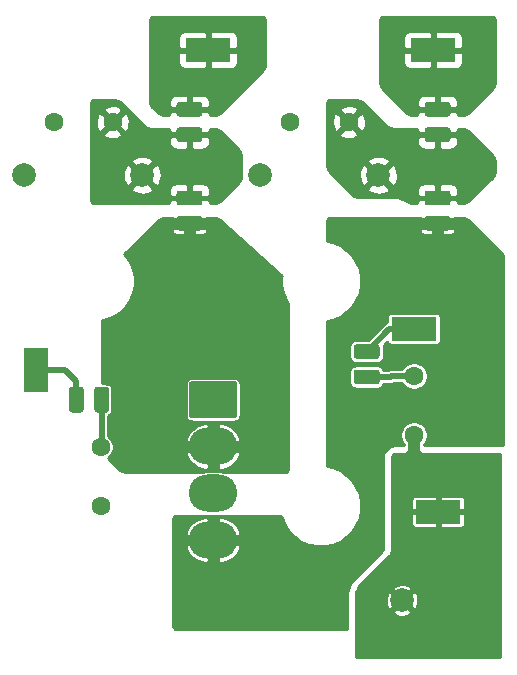
<source format=gbr>
G04 #@! TF.GenerationSoftware,KiCad,Pcbnew,5.1.10*
G04 #@! TF.CreationDate,2021-07-03T00:07:37+02:00*
G04 #@! TF.ProjectId,main,6d61696e-2e6b-4696-9361-645f70636258,v1.10*
G04 #@! TF.SameCoordinates,Original*
G04 #@! TF.FileFunction,Copper,L1,Top*
G04 #@! TF.FilePolarity,Positive*
%FSLAX46Y46*%
G04 Gerber Fmt 4.6, Leading zero omitted, Abs format (unit mm)*
G04 Created by KiCad (PCBNEW 5.1.10) date 2021-07-03 00:07:37*
%MOMM*%
%LPD*%
G01*
G04 APERTURE LIST*
G04 #@! TA.AperFunction,SMDPad,CuDef*
%ADD10R,2.000000X3.800000*%
G04 #@! TD*
G04 #@! TA.AperFunction,ComponentPad*
%ADD11C,2.000000*%
G04 #@! TD*
G04 #@! TA.AperFunction,SMDPad,CuDef*
%ADD12R,3.800000X2.000000*%
G04 #@! TD*
G04 #@! TA.AperFunction,ComponentPad*
%ADD13C,1.600000*%
G04 #@! TD*
G04 #@! TA.AperFunction,ComponentPad*
%ADD14O,4.100000X3.160000*%
G04 #@! TD*
G04 #@! TA.AperFunction,ViaPad*
%ADD15C,0.600000*%
G04 #@! TD*
G04 #@! TA.AperFunction,Conductor*
%ADD16C,1.000000*%
G04 #@! TD*
G04 #@! TA.AperFunction,Conductor*
%ADD17C,0.500000*%
G04 #@! TD*
G04 #@! TA.AperFunction,Conductor*
%ADD18C,0.250000*%
G04 #@! TD*
G04 #@! TA.AperFunction,Conductor*
%ADD19C,0.100000*%
G04 #@! TD*
G04 APERTURE END LIST*
D10*
X90000000Y-98000000D03*
D11*
X121000000Y-117500000D03*
D12*
X124050000Y-110000000D03*
D13*
X95500000Y-104500000D03*
X95500000Y-109500000D03*
X122000000Y-103500000D03*
X122000000Y-98500000D03*
D11*
X99000000Y-81500000D03*
X89000000Y-81500000D03*
X109000000Y-81500000D03*
X119000000Y-81500000D03*
G04 #@! TA.AperFunction,SMDPad,CuDef*
G36*
G01*
X94050000Y-99650000D02*
X94050000Y-101350000D01*
G75*
G02*
X93800000Y-101600000I-250000J0D01*
G01*
X93050000Y-101600000D01*
G75*
G02*
X92800000Y-101350000I0J250000D01*
G01*
X92800000Y-99650000D01*
G75*
G02*
X93050000Y-99400000I250000J0D01*
G01*
X93800000Y-99400000D01*
G75*
G02*
X94050000Y-99650000I0J-250000D01*
G01*
G37*
G04 #@! TD.AperFunction*
G04 #@! TA.AperFunction,SMDPad,CuDef*
G36*
G01*
X96200000Y-99650000D02*
X96200000Y-101350000D01*
G75*
G02*
X95950000Y-101600000I-250000J0D01*
G01*
X95200000Y-101600000D01*
G75*
G02*
X94950000Y-101350000I0J250000D01*
G01*
X94950000Y-99650000D01*
G75*
G02*
X95200000Y-99400000I250000J0D01*
G01*
X95950000Y-99400000D01*
G75*
G02*
X96200000Y-99650000I0J-250000D01*
G01*
G37*
G04 #@! TD.AperFunction*
G04 #@! TA.AperFunction,SMDPad,CuDef*
G36*
G01*
X118850000Y-97050000D02*
X117150000Y-97050000D01*
G75*
G02*
X116900000Y-96800000I0J250000D01*
G01*
X116900000Y-96050000D01*
G75*
G02*
X117150000Y-95800000I250000J0D01*
G01*
X118850000Y-95800000D01*
G75*
G02*
X119100000Y-96050000I0J-250000D01*
G01*
X119100000Y-96800000D01*
G75*
G02*
X118850000Y-97050000I-250000J0D01*
G01*
G37*
G04 #@! TD.AperFunction*
G04 #@! TA.AperFunction,SMDPad,CuDef*
G36*
G01*
X118850000Y-99200000D02*
X117150000Y-99200000D01*
G75*
G02*
X116900000Y-98950000I0J250000D01*
G01*
X116900000Y-98200000D01*
G75*
G02*
X117150000Y-97950000I250000J0D01*
G01*
X118850000Y-97950000D01*
G75*
G02*
X119100000Y-98200000I0J-250000D01*
G01*
X119100000Y-98950000D01*
G75*
G02*
X118850000Y-99200000I-250000J0D01*
G01*
G37*
G04 #@! TD.AperFunction*
D12*
X122000000Y-94500000D03*
X104575000Y-70900000D03*
X123625000Y-70900000D03*
G04 #@! TA.AperFunction,SMDPad,CuDef*
G36*
G01*
X103850000Y-76550000D02*
X102150000Y-76550000D01*
G75*
G02*
X101900000Y-76300000I0J250000D01*
G01*
X101900000Y-75550000D01*
G75*
G02*
X102150000Y-75300000I250000J0D01*
G01*
X103850000Y-75300000D01*
G75*
G02*
X104100000Y-75550000I0J-250000D01*
G01*
X104100000Y-76300000D01*
G75*
G02*
X103850000Y-76550000I-250000J0D01*
G01*
G37*
G04 #@! TD.AperFunction*
G04 #@! TA.AperFunction,SMDPad,CuDef*
G36*
G01*
X103850000Y-78700000D02*
X102150000Y-78700000D01*
G75*
G02*
X101900000Y-78450000I0J250000D01*
G01*
X101900000Y-77700000D01*
G75*
G02*
X102150000Y-77450000I250000J0D01*
G01*
X103850000Y-77450000D01*
G75*
G02*
X104100000Y-77700000I0J-250000D01*
G01*
X104100000Y-78450000D01*
G75*
G02*
X103850000Y-78700000I-250000J0D01*
G01*
G37*
G04 #@! TD.AperFunction*
G04 #@! TA.AperFunction,SMDPad,CuDef*
G36*
G01*
X103850000Y-84050000D02*
X102150000Y-84050000D01*
G75*
G02*
X101900000Y-83800000I0J250000D01*
G01*
X101900000Y-83050000D01*
G75*
G02*
X102150000Y-82800000I250000J0D01*
G01*
X103850000Y-82800000D01*
G75*
G02*
X104100000Y-83050000I0J-250000D01*
G01*
X104100000Y-83800000D01*
G75*
G02*
X103850000Y-84050000I-250000J0D01*
G01*
G37*
G04 #@! TD.AperFunction*
G04 #@! TA.AperFunction,SMDPad,CuDef*
G36*
G01*
X103850000Y-86200000D02*
X102150000Y-86200000D01*
G75*
G02*
X101900000Y-85950000I0J250000D01*
G01*
X101900000Y-85200000D01*
G75*
G02*
X102150000Y-84950000I250000J0D01*
G01*
X103850000Y-84950000D01*
G75*
G02*
X104100000Y-85200000I0J-250000D01*
G01*
X104100000Y-85950000D01*
G75*
G02*
X103850000Y-86200000I-250000J0D01*
G01*
G37*
G04 #@! TD.AperFunction*
G04 #@! TA.AperFunction,SMDPad,CuDef*
G36*
G01*
X124850000Y-84050000D02*
X123150000Y-84050000D01*
G75*
G02*
X122900000Y-83800000I0J250000D01*
G01*
X122900000Y-83050000D01*
G75*
G02*
X123150000Y-82800000I250000J0D01*
G01*
X124850000Y-82800000D01*
G75*
G02*
X125100000Y-83050000I0J-250000D01*
G01*
X125100000Y-83800000D01*
G75*
G02*
X124850000Y-84050000I-250000J0D01*
G01*
G37*
G04 #@! TD.AperFunction*
G04 #@! TA.AperFunction,SMDPad,CuDef*
G36*
G01*
X124850000Y-86200000D02*
X123150000Y-86200000D01*
G75*
G02*
X122900000Y-85950000I0J250000D01*
G01*
X122900000Y-85200000D01*
G75*
G02*
X123150000Y-84950000I250000J0D01*
G01*
X124850000Y-84950000D01*
G75*
G02*
X125100000Y-85200000I0J-250000D01*
G01*
X125100000Y-85950000D01*
G75*
G02*
X124850000Y-86200000I-250000J0D01*
G01*
G37*
G04 #@! TD.AperFunction*
G04 #@! TA.AperFunction,SMDPad,CuDef*
G36*
G01*
X124850000Y-76550000D02*
X123150000Y-76550000D01*
G75*
G02*
X122900000Y-76300000I0J250000D01*
G01*
X122900000Y-75550000D01*
G75*
G02*
X123150000Y-75300000I250000J0D01*
G01*
X124850000Y-75300000D01*
G75*
G02*
X125100000Y-75550000I0J-250000D01*
G01*
X125100000Y-76300000D01*
G75*
G02*
X124850000Y-76550000I-250000J0D01*
G01*
G37*
G04 #@! TD.AperFunction*
G04 #@! TA.AperFunction,SMDPad,CuDef*
G36*
G01*
X124850000Y-78700000D02*
X123150000Y-78700000D01*
G75*
G02*
X122900000Y-78450000I0J250000D01*
G01*
X122900000Y-77700000D01*
G75*
G02*
X123150000Y-77450000I250000J0D01*
G01*
X124850000Y-77450000D01*
G75*
G02*
X125100000Y-77700000I0J-250000D01*
G01*
X125100000Y-78450000D01*
G75*
G02*
X124850000Y-78700000I-250000J0D01*
G01*
G37*
G04 #@! TD.AperFunction*
D14*
X105000000Y-112380000D03*
X105000000Y-108420000D03*
X105000000Y-104460000D03*
G04 #@! TA.AperFunction,ComponentPad*
G36*
G01*
X103200000Y-98920000D02*
X106800000Y-98920000D01*
G75*
G02*
X107050000Y-99170000I0J-250000D01*
G01*
X107050000Y-101830000D01*
G75*
G02*
X106800000Y-102080000I-250000J0D01*
G01*
X103200000Y-102080000D01*
G75*
G02*
X102950000Y-101830000I0J250000D01*
G01*
X102950000Y-99170000D01*
G75*
G02*
X103200000Y-98920000I250000J0D01*
G01*
G37*
G04 #@! TD.AperFunction*
D13*
X96500000Y-77000000D03*
X91500000Y-77000000D03*
X111500000Y-77000000D03*
X116500000Y-77000000D03*
D15*
X129000000Y-114000000D03*
X127000000Y-114000000D03*
X125000000Y-114000000D03*
X123000000Y-114000000D03*
X121000000Y-114000000D03*
X127000000Y-112000000D03*
X121000000Y-112000000D03*
X123000000Y-112000000D03*
X129000000Y-112000000D03*
X125000000Y-112000000D03*
X127000000Y-110000000D03*
X129000000Y-110000000D03*
X121000000Y-110000000D03*
X125000000Y-108000000D03*
X123000000Y-108000000D03*
X121000000Y-108000000D03*
X127000000Y-108000000D03*
X129000000Y-108000000D03*
X127000000Y-106000000D03*
X121000000Y-106000000D03*
X129000000Y-106000000D03*
X125000000Y-106000000D03*
X123000000Y-106000000D03*
D16*
X122000000Y-105000000D02*
X123000000Y-106000000D01*
X122000000Y-105000000D02*
X121000000Y-106000000D01*
X122000000Y-103500000D02*
X122000000Y-105000000D01*
D17*
X119925000Y-94500000D02*
X118000000Y-96425000D01*
X122000000Y-94500000D02*
X119925000Y-94500000D01*
X90000000Y-98000000D02*
X92500000Y-98000000D01*
X93425000Y-98925000D02*
X93425000Y-100500000D01*
X92500000Y-98000000D02*
X93425000Y-98925000D01*
X122000000Y-98500000D02*
X120100000Y-98500000D01*
X120025000Y-98575000D02*
X118000000Y-98575000D01*
X120100000Y-98500000D02*
X120025000Y-98575000D01*
X95575000Y-104425000D02*
X95500000Y-104500000D01*
X95575000Y-100500000D02*
X95575000Y-104425000D01*
D18*
X128875000Y-68301776D02*
X128875000Y-73725136D01*
X128717253Y-74105971D01*
X126605971Y-76217253D01*
X126225136Y-76375000D01*
X125726485Y-76375000D01*
X125725000Y-76206250D01*
X125568750Y-76050000D01*
X124125000Y-76050000D01*
X124125000Y-76070000D01*
X123875000Y-76070000D01*
X123875000Y-76050000D01*
X122431250Y-76050000D01*
X122275000Y-76206250D01*
X122273515Y-76375000D01*
X121774864Y-76375000D01*
X121394029Y-76217253D01*
X120476776Y-75300000D01*
X122271976Y-75300000D01*
X122275000Y-75643750D01*
X122431250Y-75800000D01*
X123875000Y-75800000D01*
X123875000Y-74831250D01*
X124125000Y-74831250D01*
X124125000Y-75800000D01*
X125568750Y-75800000D01*
X125725000Y-75643750D01*
X125728024Y-75300000D01*
X125715957Y-75177479D01*
X125680219Y-75059666D01*
X125622183Y-74951089D01*
X125544080Y-74855920D01*
X125448911Y-74777817D01*
X125340334Y-74719781D01*
X125222521Y-74684043D01*
X125100000Y-74671976D01*
X124281250Y-74675000D01*
X124125000Y-74831250D01*
X123875000Y-74831250D01*
X123718750Y-74675000D01*
X122900000Y-74671976D01*
X122777479Y-74684043D01*
X122659666Y-74719781D01*
X122551089Y-74777817D01*
X122455920Y-74855920D01*
X122377817Y-74951089D01*
X122319781Y-75059666D01*
X122284043Y-75177479D01*
X122271976Y-75300000D01*
X120476776Y-75300000D01*
X119282747Y-74105971D01*
X119125000Y-73725136D01*
X119125000Y-71900000D01*
X121096976Y-71900000D01*
X121109043Y-72022521D01*
X121144781Y-72140334D01*
X121202817Y-72248911D01*
X121280920Y-72344080D01*
X121376089Y-72422183D01*
X121484666Y-72480219D01*
X121602479Y-72515957D01*
X121725000Y-72528024D01*
X123343750Y-72525000D01*
X123500000Y-72368750D01*
X123500000Y-71025000D01*
X123750000Y-71025000D01*
X123750000Y-72368750D01*
X123906250Y-72525000D01*
X125525000Y-72528024D01*
X125647521Y-72515957D01*
X125765334Y-72480219D01*
X125873911Y-72422183D01*
X125969080Y-72344080D01*
X126047183Y-72248911D01*
X126105219Y-72140334D01*
X126140957Y-72022521D01*
X126153024Y-71900000D01*
X126150000Y-71181250D01*
X125993750Y-71025000D01*
X123750000Y-71025000D01*
X123500000Y-71025000D01*
X121256250Y-71025000D01*
X121100000Y-71181250D01*
X121096976Y-71900000D01*
X119125000Y-71900000D01*
X119125000Y-69900000D01*
X121096976Y-69900000D01*
X121100000Y-70618750D01*
X121256250Y-70775000D01*
X123500000Y-70775000D01*
X123500000Y-69431250D01*
X123750000Y-69431250D01*
X123750000Y-70775000D01*
X125993750Y-70775000D01*
X126150000Y-70618750D01*
X126153024Y-69900000D01*
X126140957Y-69777479D01*
X126105219Y-69659666D01*
X126047183Y-69551089D01*
X125969080Y-69455920D01*
X125873911Y-69377817D01*
X125765334Y-69319781D01*
X125647521Y-69284043D01*
X125525000Y-69271976D01*
X123906250Y-69275000D01*
X123750000Y-69431250D01*
X123500000Y-69431250D01*
X123343750Y-69275000D01*
X121725000Y-69271976D01*
X121602479Y-69284043D01*
X121484666Y-69319781D01*
X121376089Y-69377817D01*
X121280920Y-69455920D01*
X121202817Y-69551089D01*
X121144781Y-69659666D01*
X121109043Y-69777479D01*
X121096976Y-69900000D01*
X119125000Y-69900000D01*
X119125000Y-68301776D01*
X119301776Y-68125000D01*
X128698224Y-68125000D01*
X128875000Y-68301776D01*
G04 #@! TA.AperFunction,Conductor*
D19*
G36*
X128875000Y-68301776D02*
G01*
X128875000Y-73725136D01*
X128717253Y-74105971D01*
X126605971Y-76217253D01*
X126225136Y-76375000D01*
X125726485Y-76375000D01*
X125725000Y-76206250D01*
X125568750Y-76050000D01*
X124125000Y-76050000D01*
X124125000Y-76070000D01*
X123875000Y-76070000D01*
X123875000Y-76050000D01*
X122431250Y-76050000D01*
X122275000Y-76206250D01*
X122273515Y-76375000D01*
X121774864Y-76375000D01*
X121394029Y-76217253D01*
X120476776Y-75300000D01*
X122271976Y-75300000D01*
X122275000Y-75643750D01*
X122431250Y-75800000D01*
X123875000Y-75800000D01*
X123875000Y-74831250D01*
X124125000Y-74831250D01*
X124125000Y-75800000D01*
X125568750Y-75800000D01*
X125725000Y-75643750D01*
X125728024Y-75300000D01*
X125715957Y-75177479D01*
X125680219Y-75059666D01*
X125622183Y-74951089D01*
X125544080Y-74855920D01*
X125448911Y-74777817D01*
X125340334Y-74719781D01*
X125222521Y-74684043D01*
X125100000Y-74671976D01*
X124281250Y-74675000D01*
X124125000Y-74831250D01*
X123875000Y-74831250D01*
X123718750Y-74675000D01*
X122900000Y-74671976D01*
X122777479Y-74684043D01*
X122659666Y-74719781D01*
X122551089Y-74777817D01*
X122455920Y-74855920D01*
X122377817Y-74951089D01*
X122319781Y-75059666D01*
X122284043Y-75177479D01*
X122271976Y-75300000D01*
X120476776Y-75300000D01*
X119282747Y-74105971D01*
X119125000Y-73725136D01*
X119125000Y-71900000D01*
X121096976Y-71900000D01*
X121109043Y-72022521D01*
X121144781Y-72140334D01*
X121202817Y-72248911D01*
X121280920Y-72344080D01*
X121376089Y-72422183D01*
X121484666Y-72480219D01*
X121602479Y-72515957D01*
X121725000Y-72528024D01*
X123343750Y-72525000D01*
X123500000Y-72368750D01*
X123500000Y-71025000D01*
X123750000Y-71025000D01*
X123750000Y-72368750D01*
X123906250Y-72525000D01*
X125525000Y-72528024D01*
X125647521Y-72515957D01*
X125765334Y-72480219D01*
X125873911Y-72422183D01*
X125969080Y-72344080D01*
X126047183Y-72248911D01*
X126105219Y-72140334D01*
X126140957Y-72022521D01*
X126153024Y-71900000D01*
X126150000Y-71181250D01*
X125993750Y-71025000D01*
X123750000Y-71025000D01*
X123500000Y-71025000D01*
X121256250Y-71025000D01*
X121100000Y-71181250D01*
X121096976Y-71900000D01*
X119125000Y-71900000D01*
X119125000Y-69900000D01*
X121096976Y-69900000D01*
X121100000Y-70618750D01*
X121256250Y-70775000D01*
X123500000Y-70775000D01*
X123500000Y-69431250D01*
X123750000Y-69431250D01*
X123750000Y-70775000D01*
X125993750Y-70775000D01*
X126150000Y-70618750D01*
X126153024Y-69900000D01*
X126140957Y-69777479D01*
X126105219Y-69659666D01*
X126047183Y-69551089D01*
X125969080Y-69455920D01*
X125873911Y-69377817D01*
X125765334Y-69319781D01*
X125647521Y-69284043D01*
X125525000Y-69271976D01*
X123906250Y-69275000D01*
X123750000Y-69431250D01*
X123500000Y-69431250D01*
X123343750Y-69275000D01*
X121725000Y-69271976D01*
X121602479Y-69284043D01*
X121484666Y-69319781D01*
X121376089Y-69377817D01*
X121280920Y-69455920D01*
X121202817Y-69551089D01*
X121144781Y-69659666D01*
X121109043Y-69777479D01*
X121096976Y-69900000D01*
X119125000Y-69900000D01*
X119125000Y-68301776D01*
X119301776Y-68125000D01*
X128698224Y-68125000D01*
X128875000Y-68301776D01*
G37*
G04 #@! TD.AperFunction*
D18*
X117605971Y-75282747D02*
X119734835Y-77411611D01*
X119753777Y-77427157D01*
X119775388Y-77438708D01*
X120202165Y-77615485D01*
X120225614Y-77622598D01*
X120250000Y-77625000D01*
X122273515Y-77625000D01*
X122275000Y-77793750D01*
X122431250Y-77950000D01*
X123875000Y-77950000D01*
X123875000Y-77930000D01*
X124125000Y-77930000D01*
X124125000Y-77950000D01*
X125568750Y-77950000D01*
X125725000Y-77793750D01*
X125726485Y-77625000D01*
X126225136Y-77625000D01*
X126605971Y-77782747D01*
X128717253Y-79894029D01*
X128875000Y-80274864D01*
X128875000Y-81225136D01*
X128717253Y-81605971D01*
X126605971Y-83717253D01*
X126225136Y-83875000D01*
X125726485Y-83875000D01*
X125725000Y-83706250D01*
X125568750Y-83550000D01*
X124125000Y-83550000D01*
X124125000Y-83570000D01*
X123875000Y-83570000D01*
X123875000Y-83550000D01*
X122431250Y-83550000D01*
X122275000Y-83706250D01*
X122273515Y-83875000D01*
X121774864Y-83875000D01*
X121394029Y-83717253D01*
X121265165Y-83588389D01*
X121246223Y-83572843D01*
X121224612Y-83561292D01*
X120797835Y-83384515D01*
X120774386Y-83377402D01*
X120750000Y-83375000D01*
X117274864Y-83375000D01*
X116894029Y-83217253D01*
X116305540Y-82628764D01*
X118048013Y-82628764D01*
X118144171Y-82890610D01*
X118431910Y-83030854D01*
X118741481Y-83112268D01*
X119060986Y-83131723D01*
X119378147Y-83088472D01*
X119680777Y-82984178D01*
X119855829Y-82890610D01*
X119889103Y-82800000D01*
X122271976Y-82800000D01*
X122275000Y-83143750D01*
X122431250Y-83300000D01*
X123875000Y-83300000D01*
X123875000Y-82331250D01*
X124125000Y-82331250D01*
X124125000Y-83300000D01*
X125568750Y-83300000D01*
X125725000Y-83143750D01*
X125728024Y-82800000D01*
X125715957Y-82677479D01*
X125680219Y-82559666D01*
X125622183Y-82451089D01*
X125544080Y-82355920D01*
X125448911Y-82277817D01*
X125340334Y-82219781D01*
X125222521Y-82184043D01*
X125100000Y-82171976D01*
X124281250Y-82175000D01*
X124125000Y-82331250D01*
X123875000Y-82331250D01*
X123718750Y-82175000D01*
X122900000Y-82171976D01*
X122777479Y-82184043D01*
X122659666Y-82219781D01*
X122551089Y-82277817D01*
X122455920Y-82355920D01*
X122377817Y-82451089D01*
X122319781Y-82559666D01*
X122284043Y-82677479D01*
X122271976Y-82800000D01*
X119889103Y-82800000D01*
X119951987Y-82628764D01*
X119000000Y-81676777D01*
X118048013Y-82628764D01*
X116305540Y-82628764D01*
X115237762Y-81560986D01*
X117368277Y-81560986D01*
X117411528Y-81878147D01*
X117515822Y-82180777D01*
X117609390Y-82355829D01*
X117871236Y-82451987D01*
X118823223Y-81500000D01*
X119176777Y-81500000D01*
X120128764Y-82451987D01*
X120390610Y-82355829D01*
X120530854Y-82068090D01*
X120612268Y-81758519D01*
X120631723Y-81439014D01*
X120588472Y-81121853D01*
X120484178Y-80819223D01*
X120390610Y-80644171D01*
X120128764Y-80548013D01*
X119176777Y-81500000D01*
X118823223Y-81500000D01*
X117871236Y-80548013D01*
X117609390Y-80644171D01*
X117469146Y-80931910D01*
X117387732Y-81241481D01*
X117368277Y-81560986D01*
X115237762Y-81560986D01*
X114782747Y-81105971D01*
X114625000Y-80725136D01*
X114625000Y-80371236D01*
X118048013Y-80371236D01*
X119000000Y-81323223D01*
X119951987Y-80371236D01*
X119855829Y-80109390D01*
X119568090Y-79969146D01*
X119258519Y-79887732D01*
X118939014Y-79868277D01*
X118621853Y-79911528D01*
X118319223Y-80015822D01*
X118144171Y-80109390D01*
X118048013Y-80371236D01*
X114625000Y-80371236D01*
X114625000Y-78700000D01*
X122271976Y-78700000D01*
X122284043Y-78822521D01*
X122319781Y-78940334D01*
X122377817Y-79048911D01*
X122455920Y-79144080D01*
X122551089Y-79222183D01*
X122659666Y-79280219D01*
X122777479Y-79315957D01*
X122900000Y-79328024D01*
X123718750Y-79325000D01*
X123875000Y-79168750D01*
X123875000Y-78200000D01*
X124125000Y-78200000D01*
X124125000Y-79168750D01*
X124281250Y-79325000D01*
X125100000Y-79328024D01*
X125222521Y-79315957D01*
X125340334Y-79280219D01*
X125448911Y-79222183D01*
X125544080Y-79144080D01*
X125622183Y-79048911D01*
X125680219Y-78940334D01*
X125715957Y-78822521D01*
X125728024Y-78700000D01*
X125725000Y-78356250D01*
X125568750Y-78200000D01*
X124125000Y-78200000D01*
X123875000Y-78200000D01*
X122431250Y-78200000D01*
X122275000Y-78356250D01*
X122271976Y-78700000D01*
X114625000Y-78700000D01*
X114625000Y-77986065D01*
X115690712Y-77986065D01*
X115762693Y-78227479D01*
X116016330Y-78347735D01*
X116288553Y-78416198D01*
X116568903Y-78430237D01*
X116846604Y-78389314D01*
X117110986Y-78295000D01*
X117237307Y-78227479D01*
X117309288Y-77986065D01*
X116500000Y-77176777D01*
X115690712Y-77986065D01*
X114625000Y-77986065D01*
X114625000Y-77068903D01*
X115069763Y-77068903D01*
X115110686Y-77346604D01*
X115205000Y-77610986D01*
X115272521Y-77737307D01*
X115513935Y-77809288D01*
X116323223Y-77000000D01*
X116676777Y-77000000D01*
X117486065Y-77809288D01*
X117727479Y-77737307D01*
X117847735Y-77483670D01*
X117916198Y-77211447D01*
X117930237Y-76931097D01*
X117889314Y-76653396D01*
X117795000Y-76389014D01*
X117727479Y-76262693D01*
X117486065Y-76190712D01*
X116676777Y-77000000D01*
X116323223Y-77000000D01*
X115513935Y-76190712D01*
X115272521Y-76262693D01*
X115152265Y-76516330D01*
X115083802Y-76788553D01*
X115069763Y-77068903D01*
X114625000Y-77068903D01*
X114625000Y-76013935D01*
X115690712Y-76013935D01*
X116500000Y-76823223D01*
X117309288Y-76013935D01*
X117237307Y-75772521D01*
X116983670Y-75652265D01*
X116711447Y-75583802D01*
X116431097Y-75569763D01*
X116153396Y-75610686D01*
X115889014Y-75705000D01*
X115762693Y-75772521D01*
X115690712Y-76013935D01*
X114625000Y-76013935D01*
X114625000Y-75301776D01*
X114801776Y-75125000D01*
X117225136Y-75125000D01*
X117605971Y-75282747D01*
G04 #@! TA.AperFunction,Conductor*
D19*
G36*
X117605971Y-75282747D02*
G01*
X119734835Y-77411611D01*
X119753777Y-77427157D01*
X119775388Y-77438708D01*
X120202165Y-77615485D01*
X120225614Y-77622598D01*
X120250000Y-77625000D01*
X122273515Y-77625000D01*
X122275000Y-77793750D01*
X122431250Y-77950000D01*
X123875000Y-77950000D01*
X123875000Y-77930000D01*
X124125000Y-77930000D01*
X124125000Y-77950000D01*
X125568750Y-77950000D01*
X125725000Y-77793750D01*
X125726485Y-77625000D01*
X126225136Y-77625000D01*
X126605971Y-77782747D01*
X128717253Y-79894029D01*
X128875000Y-80274864D01*
X128875000Y-81225136D01*
X128717253Y-81605971D01*
X126605971Y-83717253D01*
X126225136Y-83875000D01*
X125726485Y-83875000D01*
X125725000Y-83706250D01*
X125568750Y-83550000D01*
X124125000Y-83550000D01*
X124125000Y-83570000D01*
X123875000Y-83570000D01*
X123875000Y-83550000D01*
X122431250Y-83550000D01*
X122275000Y-83706250D01*
X122273515Y-83875000D01*
X121774864Y-83875000D01*
X121394029Y-83717253D01*
X121265165Y-83588389D01*
X121246223Y-83572843D01*
X121224612Y-83561292D01*
X120797835Y-83384515D01*
X120774386Y-83377402D01*
X120750000Y-83375000D01*
X117274864Y-83375000D01*
X116894029Y-83217253D01*
X116305540Y-82628764D01*
X118048013Y-82628764D01*
X118144171Y-82890610D01*
X118431910Y-83030854D01*
X118741481Y-83112268D01*
X119060986Y-83131723D01*
X119378147Y-83088472D01*
X119680777Y-82984178D01*
X119855829Y-82890610D01*
X119889103Y-82800000D01*
X122271976Y-82800000D01*
X122275000Y-83143750D01*
X122431250Y-83300000D01*
X123875000Y-83300000D01*
X123875000Y-82331250D01*
X124125000Y-82331250D01*
X124125000Y-83300000D01*
X125568750Y-83300000D01*
X125725000Y-83143750D01*
X125728024Y-82800000D01*
X125715957Y-82677479D01*
X125680219Y-82559666D01*
X125622183Y-82451089D01*
X125544080Y-82355920D01*
X125448911Y-82277817D01*
X125340334Y-82219781D01*
X125222521Y-82184043D01*
X125100000Y-82171976D01*
X124281250Y-82175000D01*
X124125000Y-82331250D01*
X123875000Y-82331250D01*
X123718750Y-82175000D01*
X122900000Y-82171976D01*
X122777479Y-82184043D01*
X122659666Y-82219781D01*
X122551089Y-82277817D01*
X122455920Y-82355920D01*
X122377817Y-82451089D01*
X122319781Y-82559666D01*
X122284043Y-82677479D01*
X122271976Y-82800000D01*
X119889103Y-82800000D01*
X119951987Y-82628764D01*
X119000000Y-81676777D01*
X118048013Y-82628764D01*
X116305540Y-82628764D01*
X115237762Y-81560986D01*
X117368277Y-81560986D01*
X117411528Y-81878147D01*
X117515822Y-82180777D01*
X117609390Y-82355829D01*
X117871236Y-82451987D01*
X118823223Y-81500000D01*
X119176777Y-81500000D01*
X120128764Y-82451987D01*
X120390610Y-82355829D01*
X120530854Y-82068090D01*
X120612268Y-81758519D01*
X120631723Y-81439014D01*
X120588472Y-81121853D01*
X120484178Y-80819223D01*
X120390610Y-80644171D01*
X120128764Y-80548013D01*
X119176777Y-81500000D01*
X118823223Y-81500000D01*
X117871236Y-80548013D01*
X117609390Y-80644171D01*
X117469146Y-80931910D01*
X117387732Y-81241481D01*
X117368277Y-81560986D01*
X115237762Y-81560986D01*
X114782747Y-81105971D01*
X114625000Y-80725136D01*
X114625000Y-80371236D01*
X118048013Y-80371236D01*
X119000000Y-81323223D01*
X119951987Y-80371236D01*
X119855829Y-80109390D01*
X119568090Y-79969146D01*
X119258519Y-79887732D01*
X118939014Y-79868277D01*
X118621853Y-79911528D01*
X118319223Y-80015822D01*
X118144171Y-80109390D01*
X118048013Y-80371236D01*
X114625000Y-80371236D01*
X114625000Y-78700000D01*
X122271976Y-78700000D01*
X122284043Y-78822521D01*
X122319781Y-78940334D01*
X122377817Y-79048911D01*
X122455920Y-79144080D01*
X122551089Y-79222183D01*
X122659666Y-79280219D01*
X122777479Y-79315957D01*
X122900000Y-79328024D01*
X123718750Y-79325000D01*
X123875000Y-79168750D01*
X123875000Y-78200000D01*
X124125000Y-78200000D01*
X124125000Y-79168750D01*
X124281250Y-79325000D01*
X125100000Y-79328024D01*
X125222521Y-79315957D01*
X125340334Y-79280219D01*
X125448911Y-79222183D01*
X125544080Y-79144080D01*
X125622183Y-79048911D01*
X125680219Y-78940334D01*
X125715957Y-78822521D01*
X125728024Y-78700000D01*
X125725000Y-78356250D01*
X125568750Y-78200000D01*
X124125000Y-78200000D01*
X123875000Y-78200000D01*
X122431250Y-78200000D01*
X122275000Y-78356250D01*
X122271976Y-78700000D01*
X114625000Y-78700000D01*
X114625000Y-77986065D01*
X115690712Y-77986065D01*
X115762693Y-78227479D01*
X116016330Y-78347735D01*
X116288553Y-78416198D01*
X116568903Y-78430237D01*
X116846604Y-78389314D01*
X117110986Y-78295000D01*
X117237307Y-78227479D01*
X117309288Y-77986065D01*
X116500000Y-77176777D01*
X115690712Y-77986065D01*
X114625000Y-77986065D01*
X114625000Y-77068903D01*
X115069763Y-77068903D01*
X115110686Y-77346604D01*
X115205000Y-77610986D01*
X115272521Y-77737307D01*
X115513935Y-77809288D01*
X116323223Y-77000000D01*
X116676777Y-77000000D01*
X117486065Y-77809288D01*
X117727479Y-77737307D01*
X117847735Y-77483670D01*
X117916198Y-77211447D01*
X117930237Y-76931097D01*
X117889314Y-76653396D01*
X117795000Y-76389014D01*
X117727479Y-76262693D01*
X117486065Y-76190712D01*
X116676777Y-77000000D01*
X116323223Y-77000000D01*
X115513935Y-76190712D01*
X115272521Y-76262693D01*
X115152265Y-76516330D01*
X115083802Y-76788553D01*
X115069763Y-77068903D01*
X114625000Y-77068903D01*
X114625000Y-76013935D01*
X115690712Y-76013935D01*
X116500000Y-76823223D01*
X117309288Y-76013935D01*
X117237307Y-75772521D01*
X116983670Y-75652265D01*
X116711447Y-75583802D01*
X116431097Y-75569763D01*
X116153396Y-75610686D01*
X115889014Y-75705000D01*
X115762693Y-75772521D01*
X115690712Y-76013935D01*
X114625000Y-76013935D01*
X114625000Y-75301776D01*
X114801776Y-75125000D01*
X117225136Y-75125000D01*
X117605971Y-75282747D01*
G37*
G04 #@! TD.AperFunction*
D18*
X109375000Y-68301776D02*
X109375000Y-72225136D01*
X109217253Y-72605971D01*
X105605971Y-76217253D01*
X105225136Y-76375000D01*
X104726485Y-76375000D01*
X104725000Y-76206250D01*
X104568750Y-76050000D01*
X103125000Y-76050000D01*
X103125000Y-76070000D01*
X102875000Y-76070000D01*
X102875000Y-76050000D01*
X101431250Y-76050000D01*
X101275000Y-76206250D01*
X101273515Y-76375000D01*
X100774864Y-76375000D01*
X100394029Y-76217253D01*
X99782747Y-75605971D01*
X99656010Y-75300000D01*
X101271976Y-75300000D01*
X101275000Y-75643750D01*
X101431250Y-75800000D01*
X102875000Y-75800000D01*
X102875000Y-74831250D01*
X103125000Y-74831250D01*
X103125000Y-75800000D01*
X104568750Y-75800000D01*
X104725000Y-75643750D01*
X104728024Y-75300000D01*
X104715957Y-75177479D01*
X104680219Y-75059666D01*
X104622183Y-74951089D01*
X104544080Y-74855920D01*
X104448911Y-74777817D01*
X104340334Y-74719781D01*
X104222521Y-74684043D01*
X104100000Y-74671976D01*
X103281250Y-74675000D01*
X103125000Y-74831250D01*
X102875000Y-74831250D01*
X102718750Y-74675000D01*
X101900000Y-74671976D01*
X101777479Y-74684043D01*
X101659666Y-74719781D01*
X101551089Y-74777817D01*
X101455920Y-74855920D01*
X101377817Y-74951089D01*
X101319781Y-75059666D01*
X101284043Y-75177479D01*
X101271976Y-75300000D01*
X99656010Y-75300000D01*
X99625000Y-75225136D01*
X99625000Y-71900000D01*
X102046976Y-71900000D01*
X102059043Y-72022521D01*
X102094781Y-72140334D01*
X102152817Y-72248911D01*
X102230920Y-72344080D01*
X102326089Y-72422183D01*
X102434666Y-72480219D01*
X102552479Y-72515957D01*
X102675000Y-72528024D01*
X104293750Y-72525000D01*
X104450000Y-72368750D01*
X104450000Y-71025000D01*
X104700000Y-71025000D01*
X104700000Y-72368750D01*
X104856250Y-72525000D01*
X106475000Y-72528024D01*
X106597521Y-72515957D01*
X106715334Y-72480219D01*
X106823911Y-72422183D01*
X106919080Y-72344080D01*
X106997183Y-72248911D01*
X107055219Y-72140334D01*
X107090957Y-72022521D01*
X107103024Y-71900000D01*
X107100000Y-71181250D01*
X106943750Y-71025000D01*
X104700000Y-71025000D01*
X104450000Y-71025000D01*
X102206250Y-71025000D01*
X102050000Y-71181250D01*
X102046976Y-71900000D01*
X99625000Y-71900000D01*
X99625000Y-69900000D01*
X102046976Y-69900000D01*
X102050000Y-70618750D01*
X102206250Y-70775000D01*
X104450000Y-70775000D01*
X104450000Y-69431250D01*
X104700000Y-69431250D01*
X104700000Y-70775000D01*
X106943750Y-70775000D01*
X107100000Y-70618750D01*
X107103024Y-69900000D01*
X107090957Y-69777479D01*
X107055219Y-69659666D01*
X106997183Y-69551089D01*
X106919080Y-69455920D01*
X106823911Y-69377817D01*
X106715334Y-69319781D01*
X106597521Y-69284043D01*
X106475000Y-69271976D01*
X104856250Y-69275000D01*
X104700000Y-69431250D01*
X104450000Y-69431250D01*
X104293750Y-69275000D01*
X102675000Y-69271976D01*
X102552479Y-69284043D01*
X102434666Y-69319781D01*
X102326089Y-69377817D01*
X102230920Y-69455920D01*
X102152817Y-69551089D01*
X102094781Y-69659666D01*
X102059043Y-69777479D01*
X102046976Y-69900000D01*
X99625000Y-69900000D01*
X99625000Y-68301776D01*
X99801776Y-68125000D01*
X109198224Y-68125000D01*
X109375000Y-68301776D01*
G04 #@! TA.AperFunction,Conductor*
D19*
G36*
X109375000Y-68301776D02*
G01*
X109375000Y-72225136D01*
X109217253Y-72605971D01*
X105605971Y-76217253D01*
X105225136Y-76375000D01*
X104726485Y-76375000D01*
X104725000Y-76206250D01*
X104568750Y-76050000D01*
X103125000Y-76050000D01*
X103125000Y-76070000D01*
X102875000Y-76070000D01*
X102875000Y-76050000D01*
X101431250Y-76050000D01*
X101275000Y-76206250D01*
X101273515Y-76375000D01*
X100774864Y-76375000D01*
X100394029Y-76217253D01*
X99782747Y-75605971D01*
X99656010Y-75300000D01*
X101271976Y-75300000D01*
X101275000Y-75643750D01*
X101431250Y-75800000D01*
X102875000Y-75800000D01*
X102875000Y-74831250D01*
X103125000Y-74831250D01*
X103125000Y-75800000D01*
X104568750Y-75800000D01*
X104725000Y-75643750D01*
X104728024Y-75300000D01*
X104715957Y-75177479D01*
X104680219Y-75059666D01*
X104622183Y-74951089D01*
X104544080Y-74855920D01*
X104448911Y-74777817D01*
X104340334Y-74719781D01*
X104222521Y-74684043D01*
X104100000Y-74671976D01*
X103281250Y-74675000D01*
X103125000Y-74831250D01*
X102875000Y-74831250D01*
X102718750Y-74675000D01*
X101900000Y-74671976D01*
X101777479Y-74684043D01*
X101659666Y-74719781D01*
X101551089Y-74777817D01*
X101455920Y-74855920D01*
X101377817Y-74951089D01*
X101319781Y-75059666D01*
X101284043Y-75177479D01*
X101271976Y-75300000D01*
X99656010Y-75300000D01*
X99625000Y-75225136D01*
X99625000Y-71900000D01*
X102046976Y-71900000D01*
X102059043Y-72022521D01*
X102094781Y-72140334D01*
X102152817Y-72248911D01*
X102230920Y-72344080D01*
X102326089Y-72422183D01*
X102434666Y-72480219D01*
X102552479Y-72515957D01*
X102675000Y-72528024D01*
X104293750Y-72525000D01*
X104450000Y-72368750D01*
X104450000Y-71025000D01*
X104700000Y-71025000D01*
X104700000Y-72368750D01*
X104856250Y-72525000D01*
X106475000Y-72528024D01*
X106597521Y-72515957D01*
X106715334Y-72480219D01*
X106823911Y-72422183D01*
X106919080Y-72344080D01*
X106997183Y-72248911D01*
X107055219Y-72140334D01*
X107090957Y-72022521D01*
X107103024Y-71900000D01*
X107100000Y-71181250D01*
X106943750Y-71025000D01*
X104700000Y-71025000D01*
X104450000Y-71025000D01*
X102206250Y-71025000D01*
X102050000Y-71181250D01*
X102046976Y-71900000D01*
X99625000Y-71900000D01*
X99625000Y-69900000D01*
X102046976Y-69900000D01*
X102050000Y-70618750D01*
X102206250Y-70775000D01*
X104450000Y-70775000D01*
X104450000Y-69431250D01*
X104700000Y-69431250D01*
X104700000Y-70775000D01*
X106943750Y-70775000D01*
X107100000Y-70618750D01*
X107103024Y-69900000D01*
X107090957Y-69777479D01*
X107055219Y-69659666D01*
X106997183Y-69551089D01*
X106919080Y-69455920D01*
X106823911Y-69377817D01*
X106715334Y-69319781D01*
X106597521Y-69284043D01*
X106475000Y-69271976D01*
X104856250Y-69275000D01*
X104700000Y-69431250D01*
X104450000Y-69431250D01*
X104293750Y-69275000D01*
X102675000Y-69271976D01*
X102552479Y-69284043D01*
X102434666Y-69319781D01*
X102326089Y-69377817D01*
X102230920Y-69455920D01*
X102152817Y-69551089D01*
X102094781Y-69659666D01*
X102059043Y-69777479D01*
X102046976Y-69900000D01*
X99625000Y-69900000D01*
X99625000Y-68301776D01*
X99801776Y-68125000D01*
X109198224Y-68125000D01*
X109375000Y-68301776D01*
G37*
G04 #@! TD.AperFunction*
D18*
X97105971Y-75282747D02*
X99234835Y-77411611D01*
X99253777Y-77427157D01*
X99275388Y-77438708D01*
X99702165Y-77615485D01*
X99725614Y-77622598D01*
X99750000Y-77625000D01*
X101273515Y-77625000D01*
X101275000Y-77793750D01*
X101431250Y-77950000D01*
X102875000Y-77950000D01*
X102875000Y-77930000D01*
X103125000Y-77930000D01*
X103125000Y-77950000D01*
X104568750Y-77950000D01*
X104725000Y-77793750D01*
X104726485Y-77625000D01*
X105225136Y-77625000D01*
X105605971Y-77782747D01*
X107217253Y-79394029D01*
X107375000Y-79774864D01*
X107375000Y-81725136D01*
X107217253Y-82105971D01*
X105605971Y-83717253D01*
X105225136Y-83875000D01*
X104726485Y-83875000D01*
X104725000Y-83706250D01*
X104568750Y-83550000D01*
X103125000Y-83550000D01*
X103125000Y-83570000D01*
X102875000Y-83570000D01*
X102875000Y-83550000D01*
X101431250Y-83550000D01*
X101275000Y-83706250D01*
X101273515Y-83875000D01*
X94801776Y-83875000D01*
X94625000Y-83698224D01*
X94625000Y-82628764D01*
X98048013Y-82628764D01*
X98144171Y-82890610D01*
X98431910Y-83030854D01*
X98741481Y-83112268D01*
X99060986Y-83131723D01*
X99378147Y-83088472D01*
X99680777Y-82984178D01*
X99855829Y-82890610D01*
X99889103Y-82800000D01*
X101271976Y-82800000D01*
X101275000Y-83143750D01*
X101431250Y-83300000D01*
X102875000Y-83300000D01*
X102875000Y-82331250D01*
X103125000Y-82331250D01*
X103125000Y-83300000D01*
X104568750Y-83300000D01*
X104725000Y-83143750D01*
X104728024Y-82800000D01*
X104715957Y-82677479D01*
X104680219Y-82559666D01*
X104622183Y-82451089D01*
X104544080Y-82355920D01*
X104448911Y-82277817D01*
X104340334Y-82219781D01*
X104222521Y-82184043D01*
X104100000Y-82171976D01*
X103281250Y-82175000D01*
X103125000Y-82331250D01*
X102875000Y-82331250D01*
X102718750Y-82175000D01*
X101900000Y-82171976D01*
X101777479Y-82184043D01*
X101659666Y-82219781D01*
X101551089Y-82277817D01*
X101455920Y-82355920D01*
X101377817Y-82451089D01*
X101319781Y-82559666D01*
X101284043Y-82677479D01*
X101271976Y-82800000D01*
X99889103Y-82800000D01*
X99951987Y-82628764D01*
X99000000Y-81676777D01*
X98048013Y-82628764D01*
X94625000Y-82628764D01*
X94625000Y-81560986D01*
X97368277Y-81560986D01*
X97411528Y-81878147D01*
X97515822Y-82180777D01*
X97609390Y-82355829D01*
X97871236Y-82451987D01*
X98823223Y-81500000D01*
X99176777Y-81500000D01*
X100128764Y-82451987D01*
X100390610Y-82355829D01*
X100530854Y-82068090D01*
X100612268Y-81758519D01*
X100631723Y-81439014D01*
X100588472Y-81121853D01*
X100484178Y-80819223D01*
X100390610Y-80644171D01*
X100128764Y-80548013D01*
X99176777Y-81500000D01*
X98823223Y-81500000D01*
X97871236Y-80548013D01*
X97609390Y-80644171D01*
X97469146Y-80931910D01*
X97387732Y-81241481D01*
X97368277Y-81560986D01*
X94625000Y-81560986D01*
X94625000Y-80371236D01*
X98048013Y-80371236D01*
X99000000Y-81323223D01*
X99951987Y-80371236D01*
X99855829Y-80109390D01*
X99568090Y-79969146D01*
X99258519Y-79887732D01*
X98939014Y-79868277D01*
X98621853Y-79911528D01*
X98319223Y-80015822D01*
X98144171Y-80109390D01*
X98048013Y-80371236D01*
X94625000Y-80371236D01*
X94625000Y-78700000D01*
X101271976Y-78700000D01*
X101284043Y-78822521D01*
X101319781Y-78940334D01*
X101377817Y-79048911D01*
X101455920Y-79144080D01*
X101551089Y-79222183D01*
X101659666Y-79280219D01*
X101777479Y-79315957D01*
X101900000Y-79328024D01*
X102718750Y-79325000D01*
X102875000Y-79168750D01*
X102875000Y-78200000D01*
X103125000Y-78200000D01*
X103125000Y-79168750D01*
X103281250Y-79325000D01*
X104100000Y-79328024D01*
X104222521Y-79315957D01*
X104340334Y-79280219D01*
X104448911Y-79222183D01*
X104544080Y-79144080D01*
X104622183Y-79048911D01*
X104680219Y-78940334D01*
X104715957Y-78822521D01*
X104728024Y-78700000D01*
X104725000Y-78356250D01*
X104568750Y-78200000D01*
X103125000Y-78200000D01*
X102875000Y-78200000D01*
X101431250Y-78200000D01*
X101275000Y-78356250D01*
X101271976Y-78700000D01*
X94625000Y-78700000D01*
X94625000Y-77986065D01*
X95690712Y-77986065D01*
X95762693Y-78227479D01*
X96016330Y-78347735D01*
X96288553Y-78416198D01*
X96568903Y-78430237D01*
X96846604Y-78389314D01*
X97110986Y-78295000D01*
X97237307Y-78227479D01*
X97309288Y-77986065D01*
X96500000Y-77176777D01*
X95690712Y-77986065D01*
X94625000Y-77986065D01*
X94625000Y-77068903D01*
X95069763Y-77068903D01*
X95110686Y-77346604D01*
X95205000Y-77610986D01*
X95272521Y-77737307D01*
X95513935Y-77809288D01*
X96323223Y-77000000D01*
X96676777Y-77000000D01*
X97486065Y-77809288D01*
X97727479Y-77737307D01*
X97847735Y-77483670D01*
X97916198Y-77211447D01*
X97930237Y-76931097D01*
X97889314Y-76653396D01*
X97795000Y-76389014D01*
X97727479Y-76262693D01*
X97486065Y-76190712D01*
X96676777Y-77000000D01*
X96323223Y-77000000D01*
X95513935Y-76190712D01*
X95272521Y-76262693D01*
X95152265Y-76516330D01*
X95083802Y-76788553D01*
X95069763Y-77068903D01*
X94625000Y-77068903D01*
X94625000Y-76013935D01*
X95690712Y-76013935D01*
X96500000Y-76823223D01*
X97309288Y-76013935D01*
X97237307Y-75772521D01*
X96983670Y-75652265D01*
X96711447Y-75583802D01*
X96431097Y-75569763D01*
X96153396Y-75610686D01*
X95889014Y-75705000D01*
X95762693Y-75772521D01*
X95690712Y-76013935D01*
X94625000Y-76013935D01*
X94625000Y-75301776D01*
X94801776Y-75125000D01*
X96725136Y-75125000D01*
X97105971Y-75282747D01*
G04 #@! TA.AperFunction,Conductor*
D19*
G36*
X97105971Y-75282747D02*
G01*
X99234835Y-77411611D01*
X99253777Y-77427157D01*
X99275388Y-77438708D01*
X99702165Y-77615485D01*
X99725614Y-77622598D01*
X99750000Y-77625000D01*
X101273515Y-77625000D01*
X101275000Y-77793750D01*
X101431250Y-77950000D01*
X102875000Y-77950000D01*
X102875000Y-77930000D01*
X103125000Y-77930000D01*
X103125000Y-77950000D01*
X104568750Y-77950000D01*
X104725000Y-77793750D01*
X104726485Y-77625000D01*
X105225136Y-77625000D01*
X105605971Y-77782747D01*
X107217253Y-79394029D01*
X107375000Y-79774864D01*
X107375000Y-81725136D01*
X107217253Y-82105971D01*
X105605971Y-83717253D01*
X105225136Y-83875000D01*
X104726485Y-83875000D01*
X104725000Y-83706250D01*
X104568750Y-83550000D01*
X103125000Y-83550000D01*
X103125000Y-83570000D01*
X102875000Y-83570000D01*
X102875000Y-83550000D01*
X101431250Y-83550000D01*
X101275000Y-83706250D01*
X101273515Y-83875000D01*
X94801776Y-83875000D01*
X94625000Y-83698224D01*
X94625000Y-82628764D01*
X98048013Y-82628764D01*
X98144171Y-82890610D01*
X98431910Y-83030854D01*
X98741481Y-83112268D01*
X99060986Y-83131723D01*
X99378147Y-83088472D01*
X99680777Y-82984178D01*
X99855829Y-82890610D01*
X99889103Y-82800000D01*
X101271976Y-82800000D01*
X101275000Y-83143750D01*
X101431250Y-83300000D01*
X102875000Y-83300000D01*
X102875000Y-82331250D01*
X103125000Y-82331250D01*
X103125000Y-83300000D01*
X104568750Y-83300000D01*
X104725000Y-83143750D01*
X104728024Y-82800000D01*
X104715957Y-82677479D01*
X104680219Y-82559666D01*
X104622183Y-82451089D01*
X104544080Y-82355920D01*
X104448911Y-82277817D01*
X104340334Y-82219781D01*
X104222521Y-82184043D01*
X104100000Y-82171976D01*
X103281250Y-82175000D01*
X103125000Y-82331250D01*
X102875000Y-82331250D01*
X102718750Y-82175000D01*
X101900000Y-82171976D01*
X101777479Y-82184043D01*
X101659666Y-82219781D01*
X101551089Y-82277817D01*
X101455920Y-82355920D01*
X101377817Y-82451089D01*
X101319781Y-82559666D01*
X101284043Y-82677479D01*
X101271976Y-82800000D01*
X99889103Y-82800000D01*
X99951987Y-82628764D01*
X99000000Y-81676777D01*
X98048013Y-82628764D01*
X94625000Y-82628764D01*
X94625000Y-81560986D01*
X97368277Y-81560986D01*
X97411528Y-81878147D01*
X97515822Y-82180777D01*
X97609390Y-82355829D01*
X97871236Y-82451987D01*
X98823223Y-81500000D01*
X99176777Y-81500000D01*
X100128764Y-82451987D01*
X100390610Y-82355829D01*
X100530854Y-82068090D01*
X100612268Y-81758519D01*
X100631723Y-81439014D01*
X100588472Y-81121853D01*
X100484178Y-80819223D01*
X100390610Y-80644171D01*
X100128764Y-80548013D01*
X99176777Y-81500000D01*
X98823223Y-81500000D01*
X97871236Y-80548013D01*
X97609390Y-80644171D01*
X97469146Y-80931910D01*
X97387732Y-81241481D01*
X97368277Y-81560986D01*
X94625000Y-81560986D01*
X94625000Y-80371236D01*
X98048013Y-80371236D01*
X99000000Y-81323223D01*
X99951987Y-80371236D01*
X99855829Y-80109390D01*
X99568090Y-79969146D01*
X99258519Y-79887732D01*
X98939014Y-79868277D01*
X98621853Y-79911528D01*
X98319223Y-80015822D01*
X98144171Y-80109390D01*
X98048013Y-80371236D01*
X94625000Y-80371236D01*
X94625000Y-78700000D01*
X101271976Y-78700000D01*
X101284043Y-78822521D01*
X101319781Y-78940334D01*
X101377817Y-79048911D01*
X101455920Y-79144080D01*
X101551089Y-79222183D01*
X101659666Y-79280219D01*
X101777479Y-79315957D01*
X101900000Y-79328024D01*
X102718750Y-79325000D01*
X102875000Y-79168750D01*
X102875000Y-78200000D01*
X103125000Y-78200000D01*
X103125000Y-79168750D01*
X103281250Y-79325000D01*
X104100000Y-79328024D01*
X104222521Y-79315957D01*
X104340334Y-79280219D01*
X104448911Y-79222183D01*
X104544080Y-79144080D01*
X104622183Y-79048911D01*
X104680219Y-78940334D01*
X104715957Y-78822521D01*
X104728024Y-78700000D01*
X104725000Y-78356250D01*
X104568750Y-78200000D01*
X103125000Y-78200000D01*
X102875000Y-78200000D01*
X101431250Y-78200000D01*
X101275000Y-78356250D01*
X101271976Y-78700000D01*
X94625000Y-78700000D01*
X94625000Y-77986065D01*
X95690712Y-77986065D01*
X95762693Y-78227479D01*
X96016330Y-78347735D01*
X96288553Y-78416198D01*
X96568903Y-78430237D01*
X96846604Y-78389314D01*
X97110986Y-78295000D01*
X97237307Y-78227479D01*
X97309288Y-77986065D01*
X96500000Y-77176777D01*
X95690712Y-77986065D01*
X94625000Y-77986065D01*
X94625000Y-77068903D01*
X95069763Y-77068903D01*
X95110686Y-77346604D01*
X95205000Y-77610986D01*
X95272521Y-77737307D01*
X95513935Y-77809288D01*
X96323223Y-77000000D01*
X96676777Y-77000000D01*
X97486065Y-77809288D01*
X97727479Y-77737307D01*
X97847735Y-77483670D01*
X97916198Y-77211447D01*
X97930237Y-76931097D01*
X97889314Y-76653396D01*
X97795000Y-76389014D01*
X97727479Y-76262693D01*
X97486065Y-76190712D01*
X96676777Y-77000000D01*
X96323223Y-77000000D01*
X95513935Y-76190712D01*
X95272521Y-76262693D01*
X95152265Y-76516330D01*
X95083802Y-76788553D01*
X95069763Y-77068903D01*
X94625000Y-77068903D01*
X94625000Y-76013935D01*
X95690712Y-76013935D01*
X96500000Y-76823223D01*
X97309288Y-76013935D01*
X97237307Y-75772521D01*
X96983670Y-75652265D01*
X96711447Y-75583802D01*
X96431097Y-75569763D01*
X96153396Y-75610686D01*
X95889014Y-75705000D01*
X95762693Y-75772521D01*
X95690712Y-76013935D01*
X94625000Y-76013935D01*
X94625000Y-75301776D01*
X94801776Y-75125000D01*
X96725136Y-75125000D01*
X97105971Y-75282747D01*
G37*
G04 #@! TD.AperFunction*
D18*
X122618750Y-85200000D02*
X123625000Y-85200000D01*
X123625000Y-85180000D01*
X124375000Y-85180000D01*
X124375000Y-85200000D01*
X125381250Y-85200000D01*
X125456250Y-85125000D01*
X126225136Y-85125000D01*
X126605971Y-85282747D01*
X129575000Y-88251776D01*
X129575000Y-104375000D01*
X122875000Y-104375000D01*
X122875000Y-104286701D01*
X122912682Y-104249019D01*
X123041271Y-104056571D01*
X123129845Y-103842735D01*
X123175000Y-103615727D01*
X123175000Y-103384273D01*
X123129845Y-103157265D01*
X123041271Y-102943429D01*
X122912682Y-102750981D01*
X122749019Y-102587318D01*
X122556571Y-102458729D01*
X122342735Y-102370155D01*
X122115727Y-102325000D01*
X121884273Y-102325000D01*
X121657265Y-102370155D01*
X121443429Y-102458729D01*
X121250981Y-102587318D01*
X121087318Y-102750981D01*
X120958729Y-102943429D01*
X120870155Y-103157265D01*
X120825000Y-103384273D01*
X120825000Y-103615727D01*
X120870155Y-103842735D01*
X120958729Y-104056571D01*
X121087318Y-104249019D01*
X121125001Y-104286702D01*
X121125001Y-104375000D01*
X120250000Y-104375000D01*
X120128069Y-104387009D01*
X120010823Y-104422575D01*
X119902769Y-104480331D01*
X119808058Y-104558058D01*
X119558058Y-104808058D01*
X119480331Y-104902769D01*
X119422575Y-105010823D01*
X119387009Y-105128069D01*
X119375000Y-105250000D01*
X119375000Y-113125679D01*
X119293374Y-113322742D01*
X116734835Y-115881281D01*
X116657109Y-115975991D01*
X116599352Y-116084046D01*
X116422575Y-116510823D01*
X116387009Y-116628069D01*
X116375000Y-116750000D01*
X116375000Y-119875000D01*
X101801776Y-119875000D01*
X101625000Y-119698224D01*
X101625000Y-113050533D01*
X102693588Y-113050533D01*
X102786101Y-113288558D01*
X102996860Y-113611318D01*
X103266537Y-113886759D01*
X103584768Y-114104296D01*
X103939324Y-114255570D01*
X104316579Y-114334767D01*
X104625000Y-114250337D01*
X104625000Y-112755000D01*
X105375000Y-112755000D01*
X105375000Y-114250337D01*
X105683421Y-114334767D01*
X106060676Y-114255570D01*
X106415232Y-114104296D01*
X106733463Y-113886759D01*
X107003140Y-113611318D01*
X107213899Y-113288558D01*
X107306412Y-113050533D01*
X107293082Y-112755000D01*
X105375000Y-112755000D01*
X104625000Y-112755000D01*
X102706918Y-112755000D01*
X102693588Y-113050533D01*
X101625000Y-113050533D01*
X101625000Y-111709467D01*
X102693588Y-111709467D01*
X102706918Y-112005000D01*
X104625000Y-112005000D01*
X104625000Y-110509663D01*
X105375000Y-110509663D01*
X105375000Y-112005000D01*
X107293082Y-112005000D01*
X107306412Y-111709467D01*
X107213899Y-111471442D01*
X107003140Y-111148682D01*
X106733463Y-110873241D01*
X106415232Y-110655704D01*
X106060676Y-110504430D01*
X105683421Y-110425233D01*
X105375000Y-110509663D01*
X104625000Y-110509663D01*
X104316579Y-110425233D01*
X103939324Y-110504430D01*
X103584768Y-110655704D01*
X103266537Y-110873241D01*
X102996860Y-111148682D01*
X102786101Y-111471442D01*
X102693588Y-111709467D01*
X101625000Y-111709467D01*
X101625000Y-110551776D01*
X101801776Y-110375000D01*
X110778471Y-110375000D01*
X110803341Y-110500031D01*
X111061781Y-111123962D01*
X111436979Y-111685485D01*
X111914515Y-112163021D01*
X112476038Y-112538219D01*
X113099969Y-112796659D01*
X113762331Y-112928411D01*
X114437669Y-112928411D01*
X115100031Y-112796659D01*
X115723962Y-112538219D01*
X116285485Y-112163021D01*
X116763021Y-111685485D01*
X117138219Y-111123962D01*
X117396659Y-110500031D01*
X117528411Y-109837669D01*
X117528411Y-109162331D01*
X117396659Y-108499969D01*
X117138219Y-107876038D01*
X116763021Y-107314515D01*
X116285485Y-106836979D01*
X115723962Y-106461781D01*
X115100031Y-106203341D01*
X114625000Y-106108851D01*
X114625000Y-98200000D01*
X116523186Y-98200000D01*
X116523186Y-98950000D01*
X116535230Y-99072285D01*
X116570899Y-99189871D01*
X116628823Y-99298239D01*
X116706776Y-99393224D01*
X116801761Y-99471177D01*
X116910129Y-99529101D01*
X117027715Y-99564770D01*
X117150000Y-99576814D01*
X118850000Y-99576814D01*
X118972285Y-99564770D01*
X119089871Y-99529101D01*
X119198239Y-99471177D01*
X119293224Y-99393224D01*
X119371177Y-99298239D01*
X119423687Y-99200000D01*
X119994306Y-99200000D01*
X120025000Y-99203023D01*
X120055694Y-99200000D01*
X120055704Y-99200000D01*
X120147521Y-99190957D01*
X120265334Y-99155219D01*
X120321869Y-99125000D01*
X121004452Y-99125000D01*
X121087318Y-99249019D01*
X121250981Y-99412682D01*
X121443429Y-99541271D01*
X121657265Y-99629845D01*
X121884273Y-99675000D01*
X122115727Y-99675000D01*
X122342735Y-99629845D01*
X122556571Y-99541271D01*
X122749019Y-99412682D01*
X122912682Y-99249019D01*
X123041271Y-99056571D01*
X123129845Y-98842735D01*
X123175000Y-98615727D01*
X123175000Y-98384273D01*
X123129845Y-98157265D01*
X123041271Y-97943429D01*
X122912682Y-97750981D01*
X122749019Y-97587318D01*
X122556571Y-97458729D01*
X122342735Y-97370155D01*
X122115727Y-97325000D01*
X121884273Y-97325000D01*
X121657265Y-97370155D01*
X121443429Y-97458729D01*
X121250981Y-97587318D01*
X121087318Y-97750981D01*
X121004452Y-97875000D01*
X120130693Y-97875000D01*
X120099999Y-97871977D01*
X120069306Y-97875000D01*
X120069296Y-97875000D01*
X119977479Y-97884043D01*
X119859666Y-97919781D01*
X119803131Y-97950000D01*
X119423687Y-97950000D01*
X119371177Y-97851761D01*
X119293224Y-97756776D01*
X119198239Y-97678823D01*
X119089871Y-97620899D01*
X118972285Y-97585230D01*
X118850000Y-97573186D01*
X117150000Y-97573186D01*
X117027715Y-97585230D01*
X116910129Y-97620899D01*
X116801761Y-97678823D01*
X116706776Y-97756776D01*
X116628823Y-97851761D01*
X116570899Y-97960129D01*
X116535230Y-98077715D01*
X116523186Y-98200000D01*
X114625000Y-98200000D01*
X114625000Y-96050000D01*
X116523186Y-96050000D01*
X116523186Y-96800000D01*
X116535230Y-96922285D01*
X116570899Y-97039871D01*
X116628823Y-97148239D01*
X116706776Y-97243224D01*
X116801761Y-97321177D01*
X116910129Y-97379101D01*
X117027715Y-97414770D01*
X117150000Y-97426814D01*
X118850000Y-97426814D01*
X118972285Y-97414770D01*
X119089871Y-97379101D01*
X119198239Y-97321177D01*
X119293224Y-97243224D01*
X119371177Y-97148239D01*
X119429101Y-97039871D01*
X119464770Y-96922285D01*
X119476814Y-96800000D01*
X119476814Y-96050000D01*
X119464770Y-95927715D01*
X119445312Y-95863570D01*
X119731577Y-95577306D01*
X119751869Y-95644200D01*
X119786691Y-95709347D01*
X119833552Y-95766448D01*
X119890653Y-95813309D01*
X119955800Y-95848131D01*
X120026487Y-95869574D01*
X120100000Y-95876814D01*
X123900000Y-95876814D01*
X123973513Y-95869574D01*
X124044200Y-95848131D01*
X124109347Y-95813309D01*
X124166448Y-95766448D01*
X124213309Y-95709347D01*
X124248131Y-95644200D01*
X124269574Y-95573513D01*
X124276814Y-95500000D01*
X124276814Y-93500000D01*
X124269574Y-93426487D01*
X124248131Y-93355800D01*
X124213309Y-93290653D01*
X124166448Y-93233552D01*
X124109347Y-93186691D01*
X124044200Y-93151869D01*
X123973513Y-93130426D01*
X123900000Y-93123186D01*
X120100000Y-93123186D01*
X120026487Y-93130426D01*
X119955800Y-93151869D01*
X119890653Y-93186691D01*
X119833552Y-93233552D01*
X119786691Y-93290653D01*
X119751869Y-93355800D01*
X119730426Y-93426487D01*
X119723186Y-93500000D01*
X119723186Y-93908096D01*
X119684666Y-93919781D01*
X119684664Y-93919782D01*
X119576087Y-93977818D01*
X119528677Y-94016727D01*
X119480920Y-94055920D01*
X119461346Y-94079771D01*
X118117932Y-95423186D01*
X117150000Y-95423186D01*
X117027715Y-95435230D01*
X116910129Y-95470899D01*
X116801761Y-95528823D01*
X116706776Y-95606776D01*
X116628823Y-95701761D01*
X116570899Y-95810129D01*
X116535230Y-95927715D01*
X116523186Y-96050000D01*
X114625000Y-96050000D01*
X114625000Y-93841149D01*
X115100031Y-93746659D01*
X115723962Y-93488219D01*
X116285485Y-93113021D01*
X116763021Y-92635485D01*
X117138219Y-92073962D01*
X117396659Y-91450031D01*
X117528411Y-90787669D01*
X117528411Y-90112331D01*
X117396659Y-89449969D01*
X117138219Y-88826038D01*
X116763021Y-88264515D01*
X116285485Y-87786979D01*
X115723962Y-87411781D01*
X115100031Y-87153341D01*
X114625000Y-87058851D01*
X114625000Y-86200000D01*
X122523186Y-86200000D01*
X122530426Y-86273513D01*
X122551869Y-86344200D01*
X122586691Y-86409347D01*
X122633552Y-86466448D01*
X122690653Y-86513309D01*
X122755800Y-86548131D01*
X122826487Y-86569574D01*
X122900000Y-86576814D01*
X123531250Y-86575000D01*
X123625000Y-86481250D01*
X123625000Y-85950000D01*
X124375000Y-85950000D01*
X124375000Y-86481250D01*
X124468750Y-86575000D01*
X125100000Y-86576814D01*
X125173513Y-86569574D01*
X125244200Y-86548131D01*
X125309347Y-86513309D01*
X125366448Y-86466448D01*
X125413309Y-86409347D01*
X125448131Y-86344200D01*
X125469574Y-86273513D01*
X125476814Y-86200000D01*
X125475000Y-86043750D01*
X125381250Y-85950000D01*
X124375000Y-85950000D01*
X123625000Y-85950000D01*
X122618750Y-85950000D01*
X122525000Y-86043750D01*
X122523186Y-86200000D01*
X114625000Y-86200000D01*
X114625000Y-85301776D01*
X114801776Y-85125000D01*
X122543750Y-85125000D01*
X122618750Y-85200000D01*
G04 #@! TA.AperFunction,Conductor*
D19*
G36*
X122618750Y-85200000D02*
G01*
X123625000Y-85200000D01*
X123625000Y-85180000D01*
X124375000Y-85180000D01*
X124375000Y-85200000D01*
X125381250Y-85200000D01*
X125456250Y-85125000D01*
X126225136Y-85125000D01*
X126605971Y-85282747D01*
X129575000Y-88251776D01*
X129575000Y-104375000D01*
X122875000Y-104375000D01*
X122875000Y-104286701D01*
X122912682Y-104249019D01*
X123041271Y-104056571D01*
X123129845Y-103842735D01*
X123175000Y-103615727D01*
X123175000Y-103384273D01*
X123129845Y-103157265D01*
X123041271Y-102943429D01*
X122912682Y-102750981D01*
X122749019Y-102587318D01*
X122556571Y-102458729D01*
X122342735Y-102370155D01*
X122115727Y-102325000D01*
X121884273Y-102325000D01*
X121657265Y-102370155D01*
X121443429Y-102458729D01*
X121250981Y-102587318D01*
X121087318Y-102750981D01*
X120958729Y-102943429D01*
X120870155Y-103157265D01*
X120825000Y-103384273D01*
X120825000Y-103615727D01*
X120870155Y-103842735D01*
X120958729Y-104056571D01*
X121087318Y-104249019D01*
X121125001Y-104286702D01*
X121125001Y-104375000D01*
X120250000Y-104375000D01*
X120128069Y-104387009D01*
X120010823Y-104422575D01*
X119902769Y-104480331D01*
X119808058Y-104558058D01*
X119558058Y-104808058D01*
X119480331Y-104902769D01*
X119422575Y-105010823D01*
X119387009Y-105128069D01*
X119375000Y-105250000D01*
X119375000Y-113125679D01*
X119293374Y-113322742D01*
X116734835Y-115881281D01*
X116657109Y-115975991D01*
X116599352Y-116084046D01*
X116422575Y-116510823D01*
X116387009Y-116628069D01*
X116375000Y-116750000D01*
X116375000Y-119875000D01*
X101801776Y-119875000D01*
X101625000Y-119698224D01*
X101625000Y-113050533D01*
X102693588Y-113050533D01*
X102786101Y-113288558D01*
X102996860Y-113611318D01*
X103266537Y-113886759D01*
X103584768Y-114104296D01*
X103939324Y-114255570D01*
X104316579Y-114334767D01*
X104625000Y-114250337D01*
X104625000Y-112755000D01*
X105375000Y-112755000D01*
X105375000Y-114250337D01*
X105683421Y-114334767D01*
X106060676Y-114255570D01*
X106415232Y-114104296D01*
X106733463Y-113886759D01*
X107003140Y-113611318D01*
X107213899Y-113288558D01*
X107306412Y-113050533D01*
X107293082Y-112755000D01*
X105375000Y-112755000D01*
X104625000Y-112755000D01*
X102706918Y-112755000D01*
X102693588Y-113050533D01*
X101625000Y-113050533D01*
X101625000Y-111709467D01*
X102693588Y-111709467D01*
X102706918Y-112005000D01*
X104625000Y-112005000D01*
X104625000Y-110509663D01*
X105375000Y-110509663D01*
X105375000Y-112005000D01*
X107293082Y-112005000D01*
X107306412Y-111709467D01*
X107213899Y-111471442D01*
X107003140Y-111148682D01*
X106733463Y-110873241D01*
X106415232Y-110655704D01*
X106060676Y-110504430D01*
X105683421Y-110425233D01*
X105375000Y-110509663D01*
X104625000Y-110509663D01*
X104316579Y-110425233D01*
X103939324Y-110504430D01*
X103584768Y-110655704D01*
X103266537Y-110873241D01*
X102996860Y-111148682D01*
X102786101Y-111471442D01*
X102693588Y-111709467D01*
X101625000Y-111709467D01*
X101625000Y-110551776D01*
X101801776Y-110375000D01*
X110778471Y-110375000D01*
X110803341Y-110500031D01*
X111061781Y-111123962D01*
X111436979Y-111685485D01*
X111914515Y-112163021D01*
X112476038Y-112538219D01*
X113099969Y-112796659D01*
X113762331Y-112928411D01*
X114437669Y-112928411D01*
X115100031Y-112796659D01*
X115723962Y-112538219D01*
X116285485Y-112163021D01*
X116763021Y-111685485D01*
X117138219Y-111123962D01*
X117396659Y-110500031D01*
X117528411Y-109837669D01*
X117528411Y-109162331D01*
X117396659Y-108499969D01*
X117138219Y-107876038D01*
X116763021Y-107314515D01*
X116285485Y-106836979D01*
X115723962Y-106461781D01*
X115100031Y-106203341D01*
X114625000Y-106108851D01*
X114625000Y-98200000D01*
X116523186Y-98200000D01*
X116523186Y-98950000D01*
X116535230Y-99072285D01*
X116570899Y-99189871D01*
X116628823Y-99298239D01*
X116706776Y-99393224D01*
X116801761Y-99471177D01*
X116910129Y-99529101D01*
X117027715Y-99564770D01*
X117150000Y-99576814D01*
X118850000Y-99576814D01*
X118972285Y-99564770D01*
X119089871Y-99529101D01*
X119198239Y-99471177D01*
X119293224Y-99393224D01*
X119371177Y-99298239D01*
X119423687Y-99200000D01*
X119994306Y-99200000D01*
X120025000Y-99203023D01*
X120055694Y-99200000D01*
X120055704Y-99200000D01*
X120147521Y-99190957D01*
X120265334Y-99155219D01*
X120321869Y-99125000D01*
X121004452Y-99125000D01*
X121087318Y-99249019D01*
X121250981Y-99412682D01*
X121443429Y-99541271D01*
X121657265Y-99629845D01*
X121884273Y-99675000D01*
X122115727Y-99675000D01*
X122342735Y-99629845D01*
X122556571Y-99541271D01*
X122749019Y-99412682D01*
X122912682Y-99249019D01*
X123041271Y-99056571D01*
X123129845Y-98842735D01*
X123175000Y-98615727D01*
X123175000Y-98384273D01*
X123129845Y-98157265D01*
X123041271Y-97943429D01*
X122912682Y-97750981D01*
X122749019Y-97587318D01*
X122556571Y-97458729D01*
X122342735Y-97370155D01*
X122115727Y-97325000D01*
X121884273Y-97325000D01*
X121657265Y-97370155D01*
X121443429Y-97458729D01*
X121250981Y-97587318D01*
X121087318Y-97750981D01*
X121004452Y-97875000D01*
X120130693Y-97875000D01*
X120099999Y-97871977D01*
X120069306Y-97875000D01*
X120069296Y-97875000D01*
X119977479Y-97884043D01*
X119859666Y-97919781D01*
X119803131Y-97950000D01*
X119423687Y-97950000D01*
X119371177Y-97851761D01*
X119293224Y-97756776D01*
X119198239Y-97678823D01*
X119089871Y-97620899D01*
X118972285Y-97585230D01*
X118850000Y-97573186D01*
X117150000Y-97573186D01*
X117027715Y-97585230D01*
X116910129Y-97620899D01*
X116801761Y-97678823D01*
X116706776Y-97756776D01*
X116628823Y-97851761D01*
X116570899Y-97960129D01*
X116535230Y-98077715D01*
X116523186Y-98200000D01*
X114625000Y-98200000D01*
X114625000Y-96050000D01*
X116523186Y-96050000D01*
X116523186Y-96800000D01*
X116535230Y-96922285D01*
X116570899Y-97039871D01*
X116628823Y-97148239D01*
X116706776Y-97243224D01*
X116801761Y-97321177D01*
X116910129Y-97379101D01*
X117027715Y-97414770D01*
X117150000Y-97426814D01*
X118850000Y-97426814D01*
X118972285Y-97414770D01*
X119089871Y-97379101D01*
X119198239Y-97321177D01*
X119293224Y-97243224D01*
X119371177Y-97148239D01*
X119429101Y-97039871D01*
X119464770Y-96922285D01*
X119476814Y-96800000D01*
X119476814Y-96050000D01*
X119464770Y-95927715D01*
X119445312Y-95863570D01*
X119731577Y-95577306D01*
X119751869Y-95644200D01*
X119786691Y-95709347D01*
X119833552Y-95766448D01*
X119890653Y-95813309D01*
X119955800Y-95848131D01*
X120026487Y-95869574D01*
X120100000Y-95876814D01*
X123900000Y-95876814D01*
X123973513Y-95869574D01*
X124044200Y-95848131D01*
X124109347Y-95813309D01*
X124166448Y-95766448D01*
X124213309Y-95709347D01*
X124248131Y-95644200D01*
X124269574Y-95573513D01*
X124276814Y-95500000D01*
X124276814Y-93500000D01*
X124269574Y-93426487D01*
X124248131Y-93355800D01*
X124213309Y-93290653D01*
X124166448Y-93233552D01*
X124109347Y-93186691D01*
X124044200Y-93151869D01*
X123973513Y-93130426D01*
X123900000Y-93123186D01*
X120100000Y-93123186D01*
X120026487Y-93130426D01*
X119955800Y-93151869D01*
X119890653Y-93186691D01*
X119833552Y-93233552D01*
X119786691Y-93290653D01*
X119751869Y-93355800D01*
X119730426Y-93426487D01*
X119723186Y-93500000D01*
X119723186Y-93908096D01*
X119684666Y-93919781D01*
X119684664Y-93919782D01*
X119576087Y-93977818D01*
X119528677Y-94016727D01*
X119480920Y-94055920D01*
X119461346Y-94079771D01*
X118117932Y-95423186D01*
X117150000Y-95423186D01*
X117027715Y-95435230D01*
X116910129Y-95470899D01*
X116801761Y-95528823D01*
X116706776Y-95606776D01*
X116628823Y-95701761D01*
X116570899Y-95810129D01*
X116535230Y-95927715D01*
X116523186Y-96050000D01*
X114625000Y-96050000D01*
X114625000Y-93841149D01*
X115100031Y-93746659D01*
X115723962Y-93488219D01*
X116285485Y-93113021D01*
X116763021Y-92635485D01*
X117138219Y-92073962D01*
X117396659Y-91450031D01*
X117528411Y-90787669D01*
X117528411Y-90112331D01*
X117396659Y-89449969D01*
X117138219Y-88826038D01*
X116763021Y-88264515D01*
X116285485Y-87786979D01*
X115723962Y-87411781D01*
X115100031Y-87153341D01*
X114625000Y-87058851D01*
X114625000Y-86200000D01*
X122523186Y-86200000D01*
X122530426Y-86273513D01*
X122551869Y-86344200D01*
X122586691Y-86409347D01*
X122633552Y-86466448D01*
X122690653Y-86513309D01*
X122755800Y-86548131D01*
X122826487Y-86569574D01*
X122900000Y-86576814D01*
X123531250Y-86575000D01*
X123625000Y-86481250D01*
X123625000Y-85950000D01*
X124375000Y-85950000D01*
X124375000Y-86481250D01*
X124468750Y-86575000D01*
X125100000Y-86576814D01*
X125173513Y-86569574D01*
X125244200Y-86548131D01*
X125309347Y-86513309D01*
X125366448Y-86466448D01*
X125413309Y-86409347D01*
X125448131Y-86344200D01*
X125469574Y-86273513D01*
X125476814Y-86200000D01*
X125475000Y-86043750D01*
X125381250Y-85950000D01*
X124375000Y-85950000D01*
X123625000Y-85950000D01*
X122618750Y-85950000D01*
X122525000Y-86043750D01*
X122523186Y-86200000D01*
X114625000Y-86200000D01*
X114625000Y-85301776D01*
X114801776Y-85125000D01*
X122543750Y-85125000D01*
X122618750Y-85200000D01*
G37*
G04 #@! TD.AperFunction*
D18*
X101618750Y-85200000D02*
X102625000Y-85200000D01*
X102625000Y-85180000D01*
X103375000Y-85180000D01*
X103375000Y-85200000D01*
X104381250Y-85200000D01*
X104456250Y-85125000D01*
X105226545Y-85125000D01*
X105617114Y-85276925D01*
X110791415Y-90020036D01*
X110771107Y-90122133D01*
X110771107Y-90777867D01*
X110899035Y-91421002D01*
X111149973Y-92026822D01*
X111375000Y-92363599D01*
X111375000Y-106448224D01*
X111198224Y-106625000D01*
X105942954Y-106625000D01*
X105833643Y-106591841D01*
X105561124Y-106565000D01*
X104438876Y-106565000D01*
X104166357Y-106591841D01*
X104057046Y-106625000D01*
X97524864Y-106625000D01*
X97144029Y-106467253D01*
X96081273Y-105404497D01*
X96185272Y-105335007D01*
X96335007Y-105185272D01*
X96371582Y-105130533D01*
X102693588Y-105130533D01*
X102786101Y-105368558D01*
X102996860Y-105691318D01*
X103266537Y-105966759D01*
X103584768Y-106184296D01*
X103939324Y-106335570D01*
X104316579Y-106414767D01*
X104625000Y-106330337D01*
X104625000Y-104835000D01*
X105375000Y-104835000D01*
X105375000Y-106330337D01*
X105683421Y-106414767D01*
X106060676Y-106335570D01*
X106415232Y-106184296D01*
X106733463Y-105966759D01*
X107003140Y-105691318D01*
X107213899Y-105368558D01*
X107306412Y-105130533D01*
X107293082Y-104835000D01*
X105375000Y-104835000D01*
X104625000Y-104835000D01*
X102706918Y-104835000D01*
X102693588Y-105130533D01*
X96371582Y-105130533D01*
X96452652Y-105009203D01*
X96533688Y-104813566D01*
X96575000Y-104605878D01*
X96575000Y-104394122D01*
X96533688Y-104186434D01*
X96452652Y-103990797D01*
X96335007Y-103814728D01*
X96309746Y-103789467D01*
X102693588Y-103789467D01*
X102706918Y-104085000D01*
X104625000Y-104085000D01*
X104625000Y-102589663D01*
X105375000Y-102589663D01*
X105375000Y-104085000D01*
X107293082Y-104085000D01*
X107306412Y-103789467D01*
X107213899Y-103551442D01*
X107003140Y-103228682D01*
X106733463Y-102953241D01*
X106415232Y-102735704D01*
X106060676Y-102584430D01*
X105683421Y-102505233D01*
X105375000Y-102589663D01*
X104625000Y-102589663D01*
X104316579Y-102505233D01*
X103939324Y-102584430D01*
X103584768Y-102735704D01*
X103266537Y-102953241D01*
X102996860Y-103228682D01*
X102786101Y-103551442D01*
X102693588Y-103789467D01*
X96309746Y-103789467D01*
X96185272Y-103664993D01*
X96100000Y-103608016D01*
X96100000Y-101851863D01*
X96151418Y-101836266D01*
X96242413Y-101787627D01*
X96322172Y-101722172D01*
X96387627Y-101642413D01*
X96436266Y-101551418D01*
X96466217Y-101452682D01*
X96476330Y-101350000D01*
X96476330Y-99650000D01*
X96466217Y-99547318D01*
X96436266Y-99448582D01*
X96387627Y-99357587D01*
X96322172Y-99277828D01*
X96242413Y-99212373D01*
X96163141Y-99170000D01*
X102673670Y-99170000D01*
X102673670Y-101830000D01*
X102683783Y-101932682D01*
X102713734Y-102031418D01*
X102762373Y-102122413D01*
X102827828Y-102202172D01*
X102907587Y-102267627D01*
X102998582Y-102316266D01*
X103097318Y-102346217D01*
X103200000Y-102356330D01*
X106800000Y-102356330D01*
X106902682Y-102346217D01*
X107001418Y-102316266D01*
X107092413Y-102267627D01*
X107172172Y-102202172D01*
X107237627Y-102122413D01*
X107286266Y-102031418D01*
X107316217Y-101932682D01*
X107326330Y-101830000D01*
X107326330Y-99170000D01*
X107316217Y-99067318D01*
X107286266Y-98968582D01*
X107237627Y-98877587D01*
X107172172Y-98797828D01*
X107092413Y-98732373D01*
X107001418Y-98683734D01*
X106902682Y-98653783D01*
X106800000Y-98643670D01*
X103200000Y-98643670D01*
X103097318Y-98653783D01*
X102998582Y-98683734D01*
X102907587Y-98732373D01*
X102827828Y-98797828D01*
X102762373Y-98877587D01*
X102713734Y-98968582D01*
X102683783Y-99067318D01*
X102673670Y-99170000D01*
X96163141Y-99170000D01*
X96151418Y-99163734D01*
X96052682Y-99133783D01*
X95950000Y-99123670D01*
X95625000Y-99123670D01*
X95625000Y-93729735D01*
X96021002Y-93650965D01*
X96626822Y-93400027D01*
X97172046Y-93035720D01*
X97635720Y-92572046D01*
X98000027Y-92026822D01*
X98250965Y-91421002D01*
X98378893Y-90777867D01*
X98378893Y-90122133D01*
X98250965Y-89478998D01*
X98000027Y-88873178D01*
X97635720Y-88327954D01*
X97492271Y-88184505D01*
X99476776Y-86200000D01*
X101523186Y-86200000D01*
X101530426Y-86273513D01*
X101551869Y-86344200D01*
X101586691Y-86409347D01*
X101633552Y-86466448D01*
X101690653Y-86513309D01*
X101755800Y-86548131D01*
X101826487Y-86569574D01*
X101900000Y-86576814D01*
X102531250Y-86575000D01*
X102625000Y-86481250D01*
X102625000Y-85950000D01*
X103375000Y-85950000D01*
X103375000Y-86481250D01*
X103468750Y-86575000D01*
X104100000Y-86576814D01*
X104173513Y-86569574D01*
X104244200Y-86548131D01*
X104309347Y-86513309D01*
X104366448Y-86466448D01*
X104413309Y-86409347D01*
X104448131Y-86344200D01*
X104469574Y-86273513D01*
X104476814Y-86200000D01*
X104475000Y-86043750D01*
X104381250Y-85950000D01*
X103375000Y-85950000D01*
X102625000Y-85950000D01*
X101618750Y-85950000D01*
X101525000Y-86043750D01*
X101523186Y-86200000D01*
X99476776Y-86200000D01*
X100394029Y-85282747D01*
X100774864Y-85125000D01*
X101543750Y-85125000D01*
X101618750Y-85200000D01*
G04 #@! TA.AperFunction,Conductor*
D19*
G36*
X101618750Y-85200000D02*
G01*
X102625000Y-85200000D01*
X102625000Y-85180000D01*
X103375000Y-85180000D01*
X103375000Y-85200000D01*
X104381250Y-85200000D01*
X104456250Y-85125000D01*
X105226545Y-85125000D01*
X105617114Y-85276925D01*
X110791415Y-90020036D01*
X110771107Y-90122133D01*
X110771107Y-90777867D01*
X110899035Y-91421002D01*
X111149973Y-92026822D01*
X111375000Y-92363599D01*
X111375000Y-106448224D01*
X111198224Y-106625000D01*
X105942954Y-106625000D01*
X105833643Y-106591841D01*
X105561124Y-106565000D01*
X104438876Y-106565000D01*
X104166357Y-106591841D01*
X104057046Y-106625000D01*
X97524864Y-106625000D01*
X97144029Y-106467253D01*
X96081273Y-105404497D01*
X96185272Y-105335007D01*
X96335007Y-105185272D01*
X96371582Y-105130533D01*
X102693588Y-105130533D01*
X102786101Y-105368558D01*
X102996860Y-105691318D01*
X103266537Y-105966759D01*
X103584768Y-106184296D01*
X103939324Y-106335570D01*
X104316579Y-106414767D01*
X104625000Y-106330337D01*
X104625000Y-104835000D01*
X105375000Y-104835000D01*
X105375000Y-106330337D01*
X105683421Y-106414767D01*
X106060676Y-106335570D01*
X106415232Y-106184296D01*
X106733463Y-105966759D01*
X107003140Y-105691318D01*
X107213899Y-105368558D01*
X107306412Y-105130533D01*
X107293082Y-104835000D01*
X105375000Y-104835000D01*
X104625000Y-104835000D01*
X102706918Y-104835000D01*
X102693588Y-105130533D01*
X96371582Y-105130533D01*
X96452652Y-105009203D01*
X96533688Y-104813566D01*
X96575000Y-104605878D01*
X96575000Y-104394122D01*
X96533688Y-104186434D01*
X96452652Y-103990797D01*
X96335007Y-103814728D01*
X96309746Y-103789467D01*
X102693588Y-103789467D01*
X102706918Y-104085000D01*
X104625000Y-104085000D01*
X104625000Y-102589663D01*
X105375000Y-102589663D01*
X105375000Y-104085000D01*
X107293082Y-104085000D01*
X107306412Y-103789467D01*
X107213899Y-103551442D01*
X107003140Y-103228682D01*
X106733463Y-102953241D01*
X106415232Y-102735704D01*
X106060676Y-102584430D01*
X105683421Y-102505233D01*
X105375000Y-102589663D01*
X104625000Y-102589663D01*
X104316579Y-102505233D01*
X103939324Y-102584430D01*
X103584768Y-102735704D01*
X103266537Y-102953241D01*
X102996860Y-103228682D01*
X102786101Y-103551442D01*
X102693588Y-103789467D01*
X96309746Y-103789467D01*
X96185272Y-103664993D01*
X96100000Y-103608016D01*
X96100000Y-101851863D01*
X96151418Y-101836266D01*
X96242413Y-101787627D01*
X96322172Y-101722172D01*
X96387627Y-101642413D01*
X96436266Y-101551418D01*
X96466217Y-101452682D01*
X96476330Y-101350000D01*
X96476330Y-99650000D01*
X96466217Y-99547318D01*
X96436266Y-99448582D01*
X96387627Y-99357587D01*
X96322172Y-99277828D01*
X96242413Y-99212373D01*
X96163141Y-99170000D01*
X102673670Y-99170000D01*
X102673670Y-101830000D01*
X102683783Y-101932682D01*
X102713734Y-102031418D01*
X102762373Y-102122413D01*
X102827828Y-102202172D01*
X102907587Y-102267627D01*
X102998582Y-102316266D01*
X103097318Y-102346217D01*
X103200000Y-102356330D01*
X106800000Y-102356330D01*
X106902682Y-102346217D01*
X107001418Y-102316266D01*
X107092413Y-102267627D01*
X107172172Y-102202172D01*
X107237627Y-102122413D01*
X107286266Y-102031418D01*
X107316217Y-101932682D01*
X107326330Y-101830000D01*
X107326330Y-99170000D01*
X107316217Y-99067318D01*
X107286266Y-98968582D01*
X107237627Y-98877587D01*
X107172172Y-98797828D01*
X107092413Y-98732373D01*
X107001418Y-98683734D01*
X106902682Y-98653783D01*
X106800000Y-98643670D01*
X103200000Y-98643670D01*
X103097318Y-98653783D01*
X102998582Y-98683734D01*
X102907587Y-98732373D01*
X102827828Y-98797828D01*
X102762373Y-98877587D01*
X102713734Y-98968582D01*
X102683783Y-99067318D01*
X102673670Y-99170000D01*
X96163141Y-99170000D01*
X96151418Y-99163734D01*
X96052682Y-99133783D01*
X95950000Y-99123670D01*
X95625000Y-99123670D01*
X95625000Y-93729735D01*
X96021002Y-93650965D01*
X96626822Y-93400027D01*
X97172046Y-93035720D01*
X97635720Y-92572046D01*
X98000027Y-92026822D01*
X98250965Y-91421002D01*
X98378893Y-90777867D01*
X98378893Y-90122133D01*
X98250965Y-89478998D01*
X98000027Y-88873178D01*
X97635720Y-88327954D01*
X97492271Y-88184505D01*
X99476776Y-86200000D01*
X101523186Y-86200000D01*
X101530426Y-86273513D01*
X101551869Y-86344200D01*
X101586691Y-86409347D01*
X101633552Y-86466448D01*
X101690653Y-86513309D01*
X101755800Y-86548131D01*
X101826487Y-86569574D01*
X101900000Y-86576814D01*
X102531250Y-86575000D01*
X102625000Y-86481250D01*
X102625000Y-85950000D01*
X103375000Y-85950000D01*
X103375000Y-86481250D01*
X103468750Y-86575000D01*
X104100000Y-86576814D01*
X104173513Y-86569574D01*
X104244200Y-86548131D01*
X104309347Y-86513309D01*
X104366448Y-86466448D01*
X104413309Y-86409347D01*
X104448131Y-86344200D01*
X104469574Y-86273513D01*
X104476814Y-86200000D01*
X104475000Y-86043750D01*
X104381250Y-85950000D01*
X103375000Y-85950000D01*
X102625000Y-85950000D01*
X101618750Y-85950000D01*
X101525000Y-86043750D01*
X101523186Y-86200000D01*
X99476776Y-86200000D01*
X100394029Y-85282747D01*
X100774864Y-85125000D01*
X101543750Y-85125000D01*
X101618750Y-85200000D01*
G37*
G04 #@! TD.AperFunction*
D18*
X129325000Y-122325000D02*
X117125000Y-122325000D01*
X117125000Y-118494774D01*
X120182003Y-118494774D01*
X120292342Y-118686670D01*
X120537448Y-118801926D01*
X120800329Y-118867149D01*
X121070883Y-118879834D01*
X121338714Y-118839492D01*
X121593527Y-118747674D01*
X121707658Y-118686670D01*
X121817997Y-118494774D01*
X121000000Y-117676777D01*
X120182003Y-118494774D01*
X117125000Y-118494774D01*
X117125000Y-117570883D01*
X119620166Y-117570883D01*
X119660508Y-117838714D01*
X119752326Y-118093527D01*
X119813330Y-118207658D01*
X120005226Y-118317997D01*
X120823223Y-117500000D01*
X121176777Y-117500000D01*
X121994774Y-118317997D01*
X122186670Y-118207658D01*
X122301926Y-117962552D01*
X122367149Y-117699671D01*
X122379834Y-117429117D01*
X122339492Y-117161286D01*
X122247674Y-116906473D01*
X122186670Y-116792342D01*
X121994774Y-116682003D01*
X121176777Y-117500000D01*
X120823223Y-117500000D01*
X120005226Y-116682003D01*
X119813330Y-116792342D01*
X119698074Y-117037448D01*
X119632851Y-117300329D01*
X119620166Y-117570883D01*
X117125000Y-117570883D01*
X117125000Y-116774864D01*
X117236687Y-116505226D01*
X120182003Y-116505226D01*
X121000000Y-117323223D01*
X121817997Y-116505226D01*
X121707658Y-116313330D01*
X121462552Y-116198074D01*
X121199671Y-116132851D01*
X120929117Y-116120166D01*
X120661286Y-116160508D01*
X120406473Y-116252326D01*
X120292342Y-116313330D01*
X120182003Y-116505226D01*
X117236687Y-116505226D01*
X117282747Y-116394029D01*
X119911611Y-113765165D01*
X119927157Y-113746223D01*
X119938708Y-113724612D01*
X120115485Y-113297835D01*
X120122598Y-113274386D01*
X120125000Y-113250000D01*
X120125000Y-111000000D01*
X121773186Y-111000000D01*
X121780426Y-111073513D01*
X121801869Y-111144200D01*
X121836691Y-111209347D01*
X121883552Y-111266448D01*
X121940653Y-111313309D01*
X122005800Y-111348131D01*
X122076487Y-111369574D01*
X122150000Y-111376814D01*
X123831250Y-111375000D01*
X123925000Y-111281250D01*
X123925000Y-110125000D01*
X124175000Y-110125000D01*
X124175000Y-111281250D01*
X124268750Y-111375000D01*
X125950000Y-111376814D01*
X126023513Y-111369574D01*
X126094200Y-111348131D01*
X126159347Y-111313309D01*
X126216448Y-111266448D01*
X126263309Y-111209347D01*
X126298131Y-111144200D01*
X126319574Y-111073513D01*
X126326814Y-111000000D01*
X126325000Y-110218750D01*
X126231250Y-110125000D01*
X124175000Y-110125000D01*
X123925000Y-110125000D01*
X121868750Y-110125000D01*
X121775000Y-110218750D01*
X121773186Y-111000000D01*
X120125000Y-111000000D01*
X120125000Y-109000000D01*
X121773186Y-109000000D01*
X121775000Y-109781250D01*
X121868750Y-109875000D01*
X123925000Y-109875000D01*
X123925000Y-108718750D01*
X124175000Y-108718750D01*
X124175000Y-109875000D01*
X126231250Y-109875000D01*
X126325000Y-109781250D01*
X126326814Y-109000000D01*
X126319574Y-108926487D01*
X126298131Y-108855800D01*
X126263309Y-108790653D01*
X126216448Y-108733552D01*
X126159347Y-108686691D01*
X126094200Y-108651869D01*
X126023513Y-108630426D01*
X125950000Y-108623186D01*
X124268750Y-108625000D01*
X124175000Y-108718750D01*
X123925000Y-108718750D01*
X123831250Y-108625000D01*
X122150000Y-108623186D01*
X122076487Y-108630426D01*
X122005800Y-108651869D01*
X121940653Y-108686691D01*
X121883552Y-108733552D01*
X121836691Y-108790653D01*
X121801869Y-108855800D01*
X121780426Y-108926487D01*
X121773186Y-109000000D01*
X120125000Y-109000000D01*
X120125000Y-105301776D01*
X120301776Y-105125000D01*
X129325000Y-105125000D01*
X129325000Y-122325000D01*
G04 #@! TA.AperFunction,Conductor*
D19*
G36*
X129325000Y-122325000D02*
G01*
X117125000Y-122325000D01*
X117125000Y-118494774D01*
X120182003Y-118494774D01*
X120292342Y-118686670D01*
X120537448Y-118801926D01*
X120800329Y-118867149D01*
X121070883Y-118879834D01*
X121338714Y-118839492D01*
X121593527Y-118747674D01*
X121707658Y-118686670D01*
X121817997Y-118494774D01*
X121000000Y-117676777D01*
X120182003Y-118494774D01*
X117125000Y-118494774D01*
X117125000Y-117570883D01*
X119620166Y-117570883D01*
X119660508Y-117838714D01*
X119752326Y-118093527D01*
X119813330Y-118207658D01*
X120005226Y-118317997D01*
X120823223Y-117500000D01*
X121176777Y-117500000D01*
X121994774Y-118317997D01*
X122186670Y-118207658D01*
X122301926Y-117962552D01*
X122367149Y-117699671D01*
X122379834Y-117429117D01*
X122339492Y-117161286D01*
X122247674Y-116906473D01*
X122186670Y-116792342D01*
X121994774Y-116682003D01*
X121176777Y-117500000D01*
X120823223Y-117500000D01*
X120005226Y-116682003D01*
X119813330Y-116792342D01*
X119698074Y-117037448D01*
X119632851Y-117300329D01*
X119620166Y-117570883D01*
X117125000Y-117570883D01*
X117125000Y-116774864D01*
X117236687Y-116505226D01*
X120182003Y-116505226D01*
X121000000Y-117323223D01*
X121817997Y-116505226D01*
X121707658Y-116313330D01*
X121462552Y-116198074D01*
X121199671Y-116132851D01*
X120929117Y-116120166D01*
X120661286Y-116160508D01*
X120406473Y-116252326D01*
X120292342Y-116313330D01*
X120182003Y-116505226D01*
X117236687Y-116505226D01*
X117282747Y-116394029D01*
X119911611Y-113765165D01*
X119927157Y-113746223D01*
X119938708Y-113724612D01*
X120115485Y-113297835D01*
X120122598Y-113274386D01*
X120125000Y-113250000D01*
X120125000Y-111000000D01*
X121773186Y-111000000D01*
X121780426Y-111073513D01*
X121801869Y-111144200D01*
X121836691Y-111209347D01*
X121883552Y-111266448D01*
X121940653Y-111313309D01*
X122005800Y-111348131D01*
X122076487Y-111369574D01*
X122150000Y-111376814D01*
X123831250Y-111375000D01*
X123925000Y-111281250D01*
X123925000Y-110125000D01*
X124175000Y-110125000D01*
X124175000Y-111281250D01*
X124268750Y-111375000D01*
X125950000Y-111376814D01*
X126023513Y-111369574D01*
X126094200Y-111348131D01*
X126159347Y-111313309D01*
X126216448Y-111266448D01*
X126263309Y-111209347D01*
X126298131Y-111144200D01*
X126319574Y-111073513D01*
X126326814Y-111000000D01*
X126325000Y-110218750D01*
X126231250Y-110125000D01*
X124175000Y-110125000D01*
X123925000Y-110125000D01*
X121868750Y-110125000D01*
X121775000Y-110218750D01*
X121773186Y-111000000D01*
X120125000Y-111000000D01*
X120125000Y-109000000D01*
X121773186Y-109000000D01*
X121775000Y-109781250D01*
X121868750Y-109875000D01*
X123925000Y-109875000D01*
X123925000Y-108718750D01*
X124175000Y-108718750D01*
X124175000Y-109875000D01*
X126231250Y-109875000D01*
X126325000Y-109781250D01*
X126326814Y-109000000D01*
X126319574Y-108926487D01*
X126298131Y-108855800D01*
X126263309Y-108790653D01*
X126216448Y-108733552D01*
X126159347Y-108686691D01*
X126094200Y-108651869D01*
X126023513Y-108630426D01*
X125950000Y-108623186D01*
X124268750Y-108625000D01*
X124175000Y-108718750D01*
X123925000Y-108718750D01*
X123831250Y-108625000D01*
X122150000Y-108623186D01*
X122076487Y-108630426D01*
X122005800Y-108651869D01*
X121940653Y-108686691D01*
X121883552Y-108733552D01*
X121836691Y-108790653D01*
X121801869Y-108855800D01*
X121780426Y-108926487D01*
X121773186Y-109000000D01*
X120125000Y-109000000D01*
X120125000Y-105301776D01*
X120301776Y-105125000D01*
X129325000Y-105125000D01*
X129325000Y-122325000D01*
G37*
G04 #@! TD.AperFunction*
M02*

</source>
